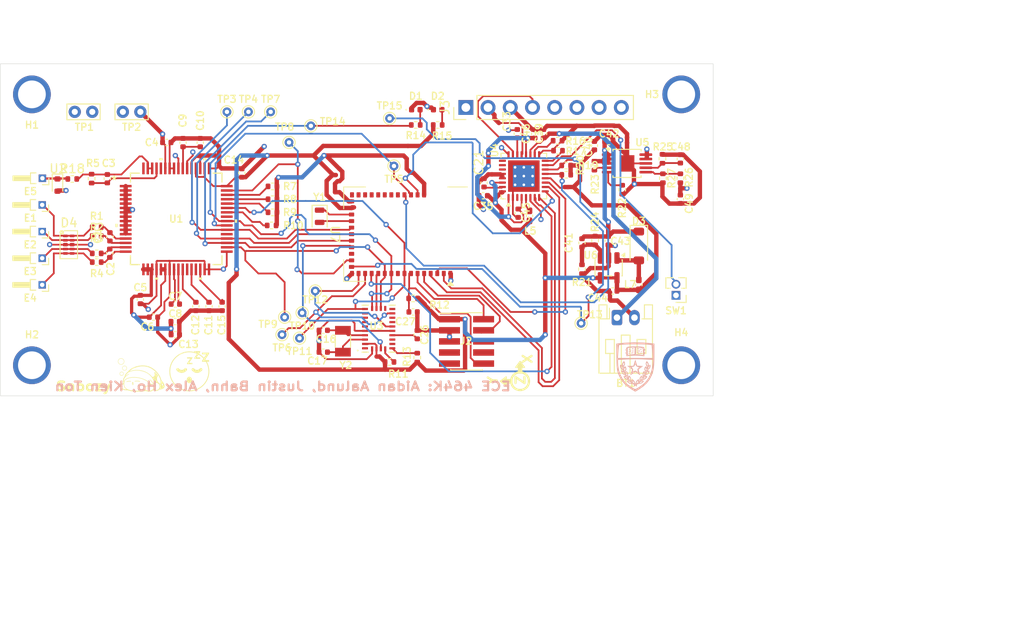
<source format=kicad_pcb>
(kicad_pcb (version 20241229) (generator "pcbnew") (generator_version "9.0")
  (layers (0 "F.Cu" signal) (4 "In1.Cu" power) (6 "In2.Cu" power) (2 "B.Cu" mixed) (13 "F.Paste" user) (15 "B.Paste" user) (5 "F.SilkS" user "F.Silkscreen") (7 "B.SilkS" user "B.Silkscreen") (1 "F.Mask" user) (3 "B.Mask" user) (25 "Edge.Cuts" user))
  (property "ADDRESS1" "")
  (property "ADDRESS2" "")
  (property "ADDRESS3" "")
  (property "ADDRESS4" "")
  (property "APPLICATION_BUILDNUMBER" "")
  (property "APPROVEDBY" "")
  (property "AUTHOR" "=Author")
  (property "CHECKEDBY" "")
  (property "CONFIGURATIONPARAMETERS" "")
  (property "CONFIGURATORNAME" "")
  (property "CURRENTDATE" "")
  (property "CURRENTTIME" "")
  (property "DOCUMENTFULLPATHANDNAME" "")
  (property "DOCUMENTNAME" "")
  (property "DOCUMENTNUMBER" "4")
  (property "DOCUMENTSIZE" "")
  (property "DRAWNBY" "RUBR")
  (property "ENGINEER" "")
  (property "IMAGEPATH" "")
  (property "ISUSERCONFIGURABLE" "")
  (property "MODIFIEDDATE" "")
  (property "ORGANIZATION" "Nordic Semiconductor")
  (property "PROJECTNAME" "=ProjectName")
  (property "SHEETTOTAL" "7")
  (property "TIME" "")
  (property "VERSIONCONTROL_PROJFOLDERREVNUMBER" "")
  (property "VERSIONCONTROL_REVNUMBER" "")
  (net 0 "")
  (net 1 "AVSS")
  (net 2 "Net-(BT1-+)")
  (net 3 "AVDD")
  (net 4 "+3V3")
  (net 5 "+5V3")
  (net 6 "+5V_USB")
  (net 8 "/XIN")
  (net 9 "/XOUT")
  (net 10 "/CAP")
  (net 11 "Net-(D1-A)")
  (net 16 "SWDIO")
  (net 18 "SWDCLK")
  (net 19 "RESET")
  (net 23 "INT_BNO085")
  (net 24 "BOOT_BNO085")
  (net 25 "PWDWN_ADS1299")
  (net 26 "RST_BNO085")
  (net 27 "START_ADS1299")
  (net 28 "RST_ADS1299")
  (net 29 "MISO")
  (net 30 "CS_BNO085")
  (net 31 "MOSI")
  (net 32 "SCL")
  (net 33 "SDA")
  (net 34 "SCK")
  (net 35 "CS_ADS1299")
  (net 36 "DRDY")
  (net 37 "GPIO1")
  (net 38 "GPIO0")
  (net 39 "Net-(U7-P1.00)")
  (net 40 "Net-(D3-A)")
  (net 41 "Net-(U4-LSOUT2{slash}VOUTLDO2)")
  (net 42 "VSYS")
  (net 44 "Net-(J3-Pin_4)")
  (net 46 "Net-(U4-SW2)")
  (net 48 "Net-(D4-D1-)")
  (net 49 "Net-(D4-D1+)")
  (net 51 "Net-(D2-A)")
  (net 52 "Net-(U7-P1.01)")
  (net 53 "Net-(U4-VSET2)")
  (net 56 "GPIO3")
  (net 57 "GPIO2")
  (net 58 "GPIO4")
  (net 64 "Net-(U1-IN2P)")
  (net 65 "Net-(U1-IN2N)")
  (net 66 "Net-(U1-IN1N)")
  (net 67 "Net-(U1-IN1P)")
  (net 68 "Net-(U1-BIASIN)")
  (net 69 "Net-(U1-BIASINV)")
  (net 70 "Net-(U1-VREFN)")
  (net 71 "Net-(U1-VREFP)")
  (net 72 "Net-(U1-VCAP3)")
  (net 73 "Net-(U1-VCAP1)")
  (net 74 "Net-(U1-VCAP4)")
  (net 75 "Net-(U1-VCAP2)")
  (net 77 "Net-(U4-VBUSOUT)")
  (net 78 "Net-(U6-FB)")
  (net 79 "Net-(U5-SET)")
  (net 80 "Net-(U1-GPIO4)")
  (net 81 "Net-(U1-GPIO3)")
  (net 82 "Net-(U1-GPIO2)")
  (net 83 "Net-(U1-GPIO1)")
  (net 84 "Net-(U3-PS1)")
  (net 85 "Net-(U3-PS0{slash}WAKE)")
  (net 86 "Net-(U4-NTC)")
  (net 87 "Net-(U5-ILIM)")
  (net 88 "Net-(U5-PG)")
  (net 89 "Net-(U5-PGFB)")
  (net 90 "Net-(U4-SHPHLD)")
  (net 102 "Net-(D4-D2+)")
  (net 103 "Net-(D4-D2-)")
  (net 104 "Net-(U2-I{slash}O)")
  (footprint "TestPoint:TestPoint_THTPad_D1.0mm_Drill0.5mm" (layer "F.Cu") (at 142 91.5)
    (property "Reference" "TP8")
    (property "Value" "TP")
  )
  (footprint "Resistor_SMD:R_0402_1005Metric" (layer "F.Cu") (at 172.71 91.3)
    (property "Reference" "R16")
    (property "Value" "10k")
  )
  (footprint "TestPoint:TestPoint_THTPad_D1.0mm_Drill0.5mm" (layer "F.Cu") (at 144.5 89.6)
    (property "Reference" "TP14")
    (property "Value" "TP")
  )
  (footprint "TestPoint:TestPoint_Bridge_Pitch2.0mm_Drill0.7mm" (layer "F.Cu") (at 123 88)
    (property "Reference" "TP2")
    (property "Value" "AVDD")
  )
  (footprint "Capacitor_SMD:C_0402_1005Metric" (layer "F.Cu") (at 128.02 91.5 180)
    (property "Reference" "C4")
    (property "Value" "1uF")
  )
  (footprint "Package_SO:MSOP-10-1EP_3x3mm_P0.5mm_EP1.68x1.88mm" (layer "F.Cu") (at 180.65 93.9)
    (property "Reference" "U5")
    (property "Value" "LT3042xMSE")
  )
  (footprint "TestPoint:TestPoint_THTPad_D1.0mm_Drill0.5mm" (layer "F.Cu") (at 141.2 113.5)
    (property "Reference" "TP6")
    (property "Value" "TP")
  )
  (footprint "Resistor_SMD:R_0402_1005Metric" (layer "F.Cu") (at 140.11 96.53)
    (property "Reference" "R7")
    (property "Value" "10K")
  )
  (footprint "Resistor_SMD:R_0402_1005Metric" (layer "F.Cu") (at 186.75 95.6 90)
    (property "Reference" "R26")
    (property "Value" "453K")
  )
  (footprint "Capacitor_SMD:C_0402_1005Metric" (layer "F.Cu") (at 129 113.5)
    (property "Reference" "C13")
    (property "Value" "1uF")
  )
  (footprint "Resistor_SMD:R_0402_1005Metric" (layer "F.Cu") (at 140.11 99.5)
    (property "Reference" "R9")
    (property "Value" "10K")
  )
  (footprint "Capacitor_SMD:C_0402_1005Metric" (layer "F.Cu") (at 145.9125 113 180)
    (property "Reference" "C16")
    (property "Value" "22pF")
  )
  (footprint "ECE445L:MountingHole_4_40" (layer "F.Cu") (at 186.85 117 -90)
    (property "Reference" "H4")
    (property "Value" "~")
  )
  (footprint "TestPoint:TestPoint_THTPad_D1.0mm_Drill0.5mm" (layer "F.Cu") (at 153.5 88.75)
    (property "Reference" "TP15")
    (property "Value" "TP")
  )
  (footprint "Resistor_SMD:R_0402_1005Metric" (layer "F.Cu") (at 140.11 98)
    (property "Reference" "R8")
    (property "Value" "10K")
  )
  (footprint "Resistor_SMD:R_0402_1005Metric" (layer "F.Cu") (at 184.75 95.6 -90)
    (property "Reference" "R27")
    (property "Value" "49.9K")
  )
  (footprint "ECE445L:MountingHole_4_40" (layer "F.Cu") (at 112.6 86)
    (property "Reference" "H1")
    (property "Value" "~")
  )
  (footprint "Resistor_SMD:R_0402_1005Metric" (layer "F.Cu") (at 172.76 92.44034 180)
    (property "Reference" "R17")
    (property "Value" "250k")
  )
  (footprint "Resistor_SMD:R_0402_1005Metric" (layer "F.Cu") (at 156.19 109.35)
    (property "Reference" "R12")
    (property "Value" "10K")
  )
  (footprint "TestPoint:TestPoint_THTPad_D1.0mm_Drill0.5mm" (layer "F.Cu") (at 137.36 88)
    (property "Reference" "TP4")
    (property "Value" "TP")
  )
  (footprint "Capacitor_SMD:C_0402_1005Metric" (layer "F.Cu") (at 186.75 98 -90)
    (property "Reference" "C49")
    (property "Value" "4.7uF")
  )
  (footprint "TestPoint:TestPoint_THTPad_D1.0mm_Drill0.5mm" (layer "F.Cu") (at 134.9 88)
    (property "Reference" "TP3")
    (property "Value" "TP")
  )
  (footprint "Capacitor_SMD:C_0402_1005Metric" (layer "F.Cu") (at 156.19 110.9)
    (property "Reference" "C27")
    (property "Value" "3.9pF")
  )
  (footprint "Capacitor_SMD:C_0402_1005Metric" (layer "F.Cu") (at 178.5 102.745 -90)
    (property "Reference" "C43")
    (property "Value" "4.7uF")
  )
  (footprint "Capacitor_SMD:C_0402_1005Metric" (layer "F.Cu") (at 129.88 91.52 90)
    (property "Reference" "C9")
    (property "Value" ".1uF")
  )
  (footprint "Capacitor_SMD:C_0402_1005Metric" (layer "F.Cu") (at 179.02 108.5 180)
    (property "Reference" "C44")
    (property "Value" "4.7uF")
  )
  (footprint "Connector_PinHeader_1.00mm:PinHeader_1x01_P1.00mm_Horizontal" (layer "F.Cu") (at 113.775 104.75 180)
    (property "Reference" "E3")
    (property "Value" "~")
  )
  (footprint "TestPoint:TestPoint_THTPad_D1.0mm_Drill0.5mm" (layer "F.Cu") (at 143.2 113.9)
    (property "Reference" "TP11")
    (property "Value" "TP")
  )
  (footprint "Capacitor_SMD:C_0402_1005Metric" (layer "F.Cu") (at 121.52 102.3 90)
    (property "Reference" "C1")
    (property "Value" "4.7nF")
  )
  (footprint "Capacitor_SMD:C_0402_1005Metric" (layer "F.Cu") (at 168.2 99.6 -90)
    (property "Reference" "C45")
    (property "Value" "10uF")
  )
  (footprint "TestPoint:TestPoint_THTPad_D1.0mm_Drill0.5mm" (layer "F.Cu") (at 154 94.2)
    (property "Reference" "TP5")
    (property "Value" "TP")
  )
  (footprint "Capacitor_SMD:C_0402_1005Metric" (layer "F.Cu") (at 128.98 112)
    (property "Reference" "C8")
    (property "Value" "0.1uF")
  )
  (footprint "Resistor_SMD:R_0402_1005Metric" (layer "F.Cu") (at 120.01 104.2 180)
    (property "Reference" "R3")
    (property "Value" "10K")
  )
  (footprint "TestPoint:TestPoint_THTPad_D1.0mm_Drill0.5mm" (layer "F.Cu") (at 143.5 111)
    (property "Reference" "TP10")
    (property "Value" "TP")
  )
  (footprint "Capacitor_SMD:C_0402_1005Metric" (layer "F.Cu") (at 132.85 110.27 -90)
    (property "Reference" "C11")
    (property "Value" "100uF")
  )
  (footprint "Resistor_SMD:R_0402_1005Metric" (layer "F.Cu") (at 120.01 101.2 180)
    (property "Reference" "R1")
    (property "Value" "10K")
  )
  (footprint "Inductor_SMD:L_0402_1005Metric_Pad0.77x0.64mm_HandSolder" (layer "F.Cu") (at 169.5 99.9 90)
    (property "Reference" "L5")
    (property "Value" "2.2uH")
  )
  (footprint "Inductor_SMD:L_0402_1005Metric_Pad0.77x0.64mm_HandSolder" (layer "F.Cu") (at 182 107.7975 90)
    (property "Reference" "L7")
    (property "Value" "6.8uH")
  )
  (footprint "Resistor_SMD:R_0402_1005Metric" (layer "F.Cu") (at 180.1 96.91 -90)
    (property "Reference" "R22")
    (property "Value" "499")
  )
  (footprint "Resistor_SMD:R_0402_1005Metric" (layer "F.Cu") (at 175.5 106.01 -90)
    (property "Reference" "R21")
    (property "Value" "200K")
  )
  (footprint "Crystal:Crystal_SMD_3215-2Pin_3.2x1.5mm" (layer "F.Cu") (at 148.1625 114.25 -90)
    (property "Reference" "Y2")
    (property "Value" "32.768kHz")
  )
  (footprint "Resistor_SMD:R_0402_1005Metric" (layer "F.Cu") (at 140.01 101)
    (property "Reference" "R10")
    (property "Value" "10K")
  )
  (footprint "Resistor_SMD:R_0402_1005Metric" (layer "F.Cu") (at 176.92 94.16 -90)
    (property "Reference" "R23")
    (property "Value" "200K")
  )
  (footprint "Capacitor_SMD:C_0402_1005Metric" (layer "F.Cu") (at 121.225 95.65 -90)
    (property "Reference" "C3")
    (property "Value" "1.5nF")
  )
  (footprint "Capacitor_SMD:C_0402_1005Metric" (layer "F.Cu") (at 145.9125 115.5 180)
    (property "Reference" "C17")
    (property "Value" "22pF")
  )
  (footprint "Resistor_SMD:R_0402_1005Metric" (layer "F.Cu") (at 156.6625 116.125 90)
    (property "Reference" "R13")
    (property "Value" "10K")
  )
  (footprint "Capacitor_SMD:C_0402_1005Metric" (layer "F.Cu") (at 134.35 110.27 90)
    (property "Reference" "C15")
    (property "Value" "1uF")
  )
  (footprint "TestPoint:TestPoint_THTPad_D1.0mm_Drill0.5mm" (layer "F.Cu") (at 141.5 111.5)
    (property "Reference" "TP9")
    (property "Value" "TP")
  )
  (footprint "Resistor_SMD:R_0402_1005Metric" (layer "F.Cu") (at 120.01 105.2 180)
    (property "Reference" "R4")
    (property "Value" "10K")
  )
  (footprint "Resistor_SMD:R_0402_1005Metric" (layer "F.Cu") (at 159 89.5 180)
    (property "Reference" "R15")
    (property "Value" "820")
  )
  (footprint "Resistor_SMD:R_0402_1005Metric" (layer "F.Cu") (at 153.49 116.625)
    (property "Reference" "R11")
    (property "Value" "10K")
  )
  (footprint "Connector_PinHeader_2.54mm:PinHeader_1x08_P2.54mm_Vertical" (layer "F.Cu") (at 162.22 87.5 90)
    (property "Reference" "J3")
    (property "Value" "USB-C Connector")
  )
  (footprint "TestPoint:TestPoint_THTPad_D1.0mm_Drill0.5mm" (layer "F.Cu") (at 175.4 112.2)
    (property "Reference" "TP13")
    (property "Value" "TP")
  )
  (footprint "Connector_PinHeader_1.00mm:PinHeader_1x01_P1.00mm_Horizontal" (layer "F.Cu") (at 113.775 98.65 180)
    (property "Reference" "E1")
    (property "Value" "~")
  )
  (footprint "LED_SMD:LED_0402_1005Metric" (layer "F.Cu") (at 159 87.75)
    (property "Reference" "D2")
    (property "Value" "LED")
  )
  (footprint "Connector_PinHeader_1.00mm:PinHeader_1x01_P1.00mm_Horizontal" (layer "F.Cu") (at 113.8 95.6 180)
    (property "Reference" "E5")
    (property "Value" "~")
  )
  (footprint "Capacitor_SMD:C_0402_1005Metric" (layer "F.Cu") (at 175.5 103 -90)
    (property "Reference" "C41")
    (property "Value" "3.3pF")
  )
  (footprint "Capacitor_SMD:C_0402_1005Metric" (layer "F.Cu") (at 131.85 91.52 90)
    (property "Reference" "C10")
    (property "Value" "1uF")
  )
  (footprint "LOGO" (layer "F.Cu") (at 130.6 117.7)
    (property "Reference" "G***" (hide yes))
    (property "Value" "LOGO" (hide yes))
  )
  (footprint "Capacitor_SMD:C_0402_1005Metric" (layer "F.Cu") (at 121.5 104.18 90)
    (property "Reference" "C2")
    (property "Value" "4.7nF")
  )
  (footprint "TestPoint:TestPoint_THTPad_D1.0mm_Drill0.5mm" (layer "F.Cu") (at 145 108.5)
    (property "Reference" "TP12")
    (property "Value" "TP")
  )
  (footprint "BNO080:IC_BNO080" (layer "F.Cu") (at 152.25 112.8125 90)
    (property "Reference" "U3")
    (property "Value" "BNO080")
  )
  (footprint "Crystal:Crystal_SMD_2012-2Pin_2.0x1.2mm" (layer "F.Cu") (at 145.5 99.95 -90)
    (property "Reference" "Y1")
    (property "Value" "32.768kHz")
  )
  (footprint "Resistor_SMD:R_0402_1005Metric" (layer "F.Cu") (at 156.49 89.5 180)
    (property "Reference" "R14")
    (property "Value" "330")
  )
  (footprint "Package_TO_SOT_SMD:SOT-23-5" (layer "F.Cu") (at 178.55 105.8625 -90)
    (property "Reference" "U6")
    (property "Value" "TPS61040DBV")
  )
  (footprint "PCM_Package_SON_AKL:USON-10_2.5x1.0mm_P0.5mm" (layer "F.Cu") (at 116.815 103.2)
    (property "Reference" "D4")
    (property "Value" "TPD4E05U06DQAR" (hide yes))
  )
  (footprint "Resistor_SMD:R_0402_1005Metric" (layer "F.Cu") (at 177 102.725 -90)
    (property "Reference" "R24")
    (property "Value" "698k")
  )
  (footprint "Connector_PinHeader_1.00mm:PinHeader_1x01_P1.00mm_Horizontal" (layer "F.Cu") (at 113.775 107.8 180)
    (property "Reference" "E4")
    (property "Value" "~")
  )
  (footprint "Diode_SMD:D_SOD-123" (layer "F.Cu") (at 182 103.35 -90)
    (property "Reference" "D3")
    (property "Value" "MBR0530")
  )
  (footprint "Capacitor_SMD:C_0402_1005Metric" (layer "F.Cu") (at 171.1 90.5 90)
    (property "Reference" "C39")
    (property "Value" "2.2uF")
  )
  (footprint "Diode_SMD:D_SOD-523" (layer "F.Cu") (at 115.525 96.38 -90)
    (property "Reference" "U2")
    (property "Value" "TPD1E05U06DYA")
  )
  (footprint "Capacitor_SMD:C_0402_1005Metric" (layer "F.Cu") (at 186.75 93.38 90)
    (property "Reference" "C48")
    (property "Value" "4.7uF")
  )
  (footprint "Resistor_SMD:R_0402_1005Metric" (layer "F.Cu") (at 117.215 95.68)
    (property "Reference" "R18")
    (property "Value" "10K")
  )
  (footprint "TestPoint:TestPoint_Bridge_Pitch2.0mm_Drill0.7mm" (layer "F.Cu") (at 117.5 88)
    (property "Reference" "TP1")
    (property "Value" "AVSS")
  )
  (footprint "Capacitor_SMD:C_0402_1005Metric" (layer "F.Cu") (at 176.92 91.87 -90)
    (property "Reference" "C40")
    (property "Value" "10uF")
  )
  (footprint "Capacitor_SMD:C_0402_1005Metric" (layer "F.Cu") (at 136.6 95 90)
    (property "Reference" "C14")
    (property "Value" "0.1uF")
  )
  (footprint "ECE445L:MountingHole_4_40" (layer "F.Cu") (at 186.85 86)
    (property "Reference" "H3")
    (property "Value" "~")
  )
  (footprint "LED_SMD:LED_0402_1005Metric" (layer "F.Cu") (at 156.5 87.75)
    (property "Reference" "D1")
    (property "Value" "LED")
  )
  (footprint "Capacitor_SMD:C_0402_1005Metric" (layer "F.Cu") (at 168.1 90.5 90)
    (property "Reference" "C33")
    (property "Value" "1uF")
  )
  (footprint "Capacitor_SMD:C_0402_1005Metric" (layer "F.Cu") (at 156.6625 113.5 90)
    (property "Reference" "C26")
    (property "Value" "0.1uF")
  )
  (footprint "Capacitor_SMD:C_0402_1005Metric" (layer "F.Cu") (at 126.5 111.5)
    (property "Reference" "C6")
    (property "Value" "1uF")
  )
  (footprint "Capacitor_SMD:C_0402_1005Metric" (layer "F.Cu") (at 129 110)
    (property "Reference" "C7")
    (property "Value" "10uF")
  )
  (footprint "PCM_nordic-lib-kicad-nrf54-modules:BL54Lxx-LGA-39_14x10mm" (layer "F.Cu") (at 155.65 102 -90)
    (property "Reference" "U7")
    (property "Value" "BL54L15-453-000xxx")
  )
  (footprint "Connector_PinHeader_1.27mm:PinHeader_1x02_P1.27mm_Vertical" (layer "F.Cu") (at 186.25 109 180)
    (property "Reference" "SW1")
    (property "Value" "SW_Toggle")
  )
  (footprint "Resistor_SMD:R_0402_1005Metric" (layer "F.Cu") (at 184.7 93.37 90)
    (property "Reference" "R25")
    (property "Value" "49.9K")
  )
  (footprint "TestPoint:TestPoint_THTPad_D1.0mm_Drill0.5mm" (layer "F.Cu") (at 139.9 88)
    (property "Reference" "TP7")
    (property "Value" "TP")
  )
  (footprint "Connector_PinHeader_1.27mm:PinHeader_2x05_P1.27mm_Vertical_SMD" (layer "F.Cu") (at 162.3 114.27)
    (property "Reference" "J2")
    (property "Value" "Conn_02x05_Odd_Even")
  )
  (footprint "Capacitor_SMD:C_0402_1005Metric" (layer "F.Cu") (at 164.2 97.6 180)
    (property "Reference" "C35")
    (property "Value" "10uF")
  )
  (footprint "ECE445L:MountingHole_4_40" (layer "F.Cu") (at 112.6 117)
    (property "Reference" "H2")
    (property "Value" "~")
  )
  (footprint "Resistor_SMD:R_0402_1005Metric" (layer "F.Cu") (at 119.425 95.64 -90)
    (property "Reference" "R5")
    (property "Value" "1M")
  )
  (footprint "Capacitor_SMD:C_0402_1005Metric" (layer "F.Cu") (at 178.57 91.4)
    (property "Reference" "C42")
    (property "Value" "4.7uF")
  )
  (footprint "Connector_JST:JST_PH_S2B-PH-K_1x02_P2.00mm_Horizontal" (layer "F.Cu") (at 179.5 111.55)
    (property "Reference" "BT1")
    (property "Value" "3.7V")
  )
  (footprint "Capacitor_SMD:C_0402_1005Metric" (layer "F.Cu") (at 170.1 90.52 90)
    (property "Reference" "C46")
    (property "Value" "10uF")
  )
  (footprint "Package_DFN_QFN:QFN-32-1EP_5x5mm_P0.5mm_EP3.6x3.6mm_ThermalVias" (layer "F.Cu") (at 168.85 95.35 90)
    (property "Reference" "U4")
    (property "Value" "nPM1300-QEXX")
  )
  (footprint "Capacitor_SMD:C_0402_1005Metric" (layer "F.Cu") (at 164.3 96.12 90)
    (property "Reference" "C21")
    (property "Value" "1uF")
  )
  (footprint "Resistor_SMD:R_0402_1005Metric" (layer "F.Cu") (at 120.01 102.2 180)
    (property "Reference" "R2")
    (property "Value" "10K")
  )
  (footprint "ADS1299:PAG64_TEX" (layer "F.Cu") (at 129.1 100.249999)
    (property "Reference" "U1")
    (property "Value" "ADS1299IPAG")
  )
  (footprint "Capacitor_SMD:C_0402_1005Metric" (layer "F.Cu") (at 131.35 110.27 -90)
    (property "Reference" "C12")
    (property "Value" "1uF")
  )
  (footprint "LOGO" (layer "F.Cu") (at 125.1 118.1)
    (property "Reference" "G***" (hide yes))
    (property "Value" "LOGO" (hide yes))
  )
  (footprint "Connector_PinHeader_1.00mm:PinHeader_1x01_P1.00mm_Horizontal" (layer "F.Cu") (at 113.775 101.7 180)
    (property "Reference" "E2")
    (property "Value" "~")
  )
  (footprint "Resistor_SMD:R_0402_1005Metric" (layer "F.Cu") (at 173.7 95.2 180)
    (property "Reference" "R20")
    (property "Value" "10k")
  )
  (footprint "Resistor_SMD:R_0402_1005Metric" (layer "F.Cu") (at 173.69 94.135 180)
    (property "Reference" "R19")
    (property "Value" "10k")
  )
  (footprint "Capacitor_SMD:C_0402_1005Metric" (layer "F.Cu") (at 125 109.48 -90)
    (property "Reference" "C5")
    (property "Value" "0.1uF")
  )
  (footprint "LOGO" (layer "B.Cu") (at 181.278333 117.370733 180)
    (property "Reference" "G***" (hide yes))
    (property "Value" "LOGO" (hide yes))
  )
  (gr_arc (start 168.423633 117.807633) (mid 169.142053 118.105213) (end 169.439633 118.823633) (stroke (width 0.254)) (layer "F.SilkS"))
  (gr_circle (center 130.6 117.7) (end 128.6 116.7) (stroke (width 0.1)) (fill no) (layer "F.SilkS"))
  (gr_arc (start 167.407633 118.823633) (mid 167.7 118.1) (end 168.423633 117.807633) (stroke (width 0.254)) (layer "F.SilkS"))
  (gr_arc (start 169.439633 118.823633) (mid 169.142053 119.542053) (end 168.423633 119.839633) (stroke (width 0.254)) (layer "F.SilkS"))
  (gr_arc (start 168.423633 119.839633) (mid 167.705213 119.542053) (end 167.407633 118.823633) (stroke (width 0.254)) (layer "F.SilkS"))
  (gr_rect (start 109 82.5) (end 190.5 120.5) (stroke (width 0.05)) (fill no) (layer "Edge.Cuts"))
  (gr_text "Y" (at 165.881633 119.339633 90) (layer "F.SilkS") (effects (font (size 1.016 1.016) (thickness 0.254)) (justify left bottom)))
  (gr_text "X" (at 169.868893 116.921052 90) (layer "F.SilkS") (effects (font (size 1.016 1.016) (thickness 0.254)) (justify left bottom)))
  (gr_text "Snoozy" (at 115.2 120 0) (layer "F.SilkS") (effects (font (size 1 1.2) (thickness 0.25) (bold yes)) (justify left bottom)))
  (gr_text "Z" (at 169.056633 119.339633 90) (layer "F.SilkS") (effects (font (size 1.016 1.016) (thickness 0.254)) (justify left bottom)))
  (gr_text "ECE 464K: Aidan Aalund, Justin Bahn, Alex Ho, Kien Ton" (at 167.5 120 0) (layer "B.SilkS") (effects (font (size 1 1.2) (thickness 0.25) (bold yes)) (justify left bottom mirror)))
  (segment (start 129.48 113.72) (end 129.48 113.5) (width 0.37) (layer "F.Cu") (net 1))
  (segment (start 150.8885 116.301) (end 146.2335 116.301) (width 0.2) (layer "F.Cu") (net 1))
  (segment (start 167.6 99.7) (end 168.06 100.16) (width 0.2) (layer "F.Cu") (net 1))
  (segment (start 128.349999 109.150001) (end 128.349999 106.028499) (width 0.2) (layer "F.Cu") (net 1))
  (segment (start 126.849999 105.113701) (end 126.909301 105.054399) (width 0.2) (layer "F.Cu") (net 1))
  (segment (start 184.74 92.9) (end 186.75 92.9) (width 0.5) (layer "F.Cu") (net 1))
  (segment (start 147.539 95.941) (end 147.26 96.22) (width 0.5) (layer "F.Cu") (net 1))
  (segment (start 172.25 92.27) (end 173.22 91.3) (width 0.2) (layer "F.Cu") (net 1))
  (segment (start 181.44 96.26) (end 180.28 97.42) (width 0.5) (layer "F.Cu") (net 1))
  (segment (start 126.909301 105.054399) (end 128.2907 105.054399) (width 0.2) (layer "F.Cu") (net 1))
  (segment (start 157.384496 86.979) (end 156.585504 86.979) (width 0.5) (layer "F.Cu") (net 1))
  (segment (start 184.72 96.13) (end 184.72 96.14) (width 0.5) (layer "F.Cu") (net 1))
  (segment (start 184.6 96.26) (end 181.5 96.26) (width 0.5) (layer "F.Cu") (net 1))
  (segment (start 136.6 94.52) (end 139.16 91.96) (width 0.5) (layer "F.Cu") (net 1))
  (segment (start 151.5 115.6895) (end 151.5 115.125) (width 0.2) (layer "F.Cu") (net 1))
  (segment (start 156.6625 113.02) (end 160.33 113.02) (width 0.5) (layer "F.Cu") (net 1))
  (segment (start 173.22 91.3) (end 173.22 91.28866) (width 0.5) (layer "F.Cu") (net 1))
  (segment (start 184.7 97.7) (end 185.5 98.5) (width 0.5) (layer "F.Cu") (net 1))
  (segment (start 160.33 113.02) (end 160.35 113) (width 0.5) (layer "F.Cu") (net 1))
  (segment (start 187.059999 92.9) (end 186.75 92.9) (width 0.5) (layer "F.Cu") (net 1))
  (segment (start 140.62 99.5) (end 140.62 96.53) (width 0.5) (layer "F.Cu") (net 1))
  (segment (start 178.5 104.675) (end 178.55 104.725) (width 0.5) (layer "F.Cu") (net 1))
  (segment (start 167.6 97.8) (end 167.6 99.7) (width 0.2) (layer "F.Cu") (net 1))
  (segment (start 125.949024 109.96) (end 125 109.96) (width 0.2) (layer "F.Cu") (net 1))
  (segment (start 127.75 110.73) (end 127.75 109.75) (width 0.2) (layer "F.Cu") (net 1))
  (segment (start 131.85 94.471499) (end 131.85 93.15) (width 0.2) (layer "F.Cu") (net 1))
  (segment (start 155.459 93.36) (end 155.459 94.528999) (width 0.5) (layer "F.Cu") (net 1))
  (segment (start 114.628442 103.187501) (end 114.640941 103.2) (width 0.2) (layer "F.Cu") (net 1))
  (segment (start 148.091 94.849604) (end 148.091 95.610396) (width 0.5) (layer "F.Cu") (net 1))
  (segment (start 160.5 106.547) (end 160.45 106.497) (width 0.5) (layer "F.Cu") (net 1))
  (segment (start 140.6 96.51) (end 140.62 96.53) (width 0.5) (layer "F.Cu") (net 1))
  (segment (start 160.35 113.75) (end 160.35 114.27) (width 0.5) (layer "F.Cu") (net 1))
  (segment (start 179.05 91.090001) (end 179.05 91.4) (width 0.5) (layer "F.Cu") (net 1))
  (segment (start 131.5671 93) (end 132 93) (width 0.2) (layer "F.Cu") (net 1))
  (segment (start 167.1 90.1) (end 168.02 90.1) (width 0.2) (layer "F.Cu") (net 1))
  (segment (start 145.4325 114.2) (end 145.4325 115.5) (width 0.5) (layer "F.Cu") (net 1))
  (segment (start 188.981 94.821001) (end 187.059999 92.9) (width 0.5) (layer "F.Cu") (net 1))
  (segment (start 129.5 112) (end 130.75 110.75) (width 0.5) (layer "F.Cu") (net 1))
  (segment (start 140.6 95.7) (end 140.6 96.51) (width 0.5) (layer "F.Cu") (net 1))
  (segment (start 182.8 93.9) (end 180.65 93.9) (width 0.2) (layer "F.Cu") (net 1))
  (segment (start 114.640941 103.2) (end 119.3 103.2) (width 0.2) (layer "F.Cu") (net 1))
  (segment (start 140.6 99.52) (end 140.62 99.5) (width 0.5) (layer "F.Cu") (net 1))
  (segment (start 148.091 95.610396) (end 147.760396 95.941) (width 0.5) (layer "F.Cu") (net 1))
  (segment (start 156.67 110.9) (end 156.67 113.0125) (width 0.5) (layer "F.Cu") (net 1))
  (segment (start 126.98 113.234736) (end 126.98 111.5) (width 0.37) (layer "F.Cu") (net 1))
  (segment (start 134 94.2) (end 134.271499 94.471499) (width 0.5) (layer "F.Cu") (net 1))
  (segment (start 147.760396 94.519) (end 148.091 94.849604) (width 0.5) (layer "F.Cu") (net 1))
  (segment (start 155.459 94.528999) (end 155.890001 94.96) (width 0.5) (layer "F.Cu") (net 1))
  (segment (start 180.65 93) (end 180.65 93.9) (width 0.5) (layer "F.Cu") (net 1))
  (segment (start 133.728501 94.471499) (end 132.85 94.471499) (width 0.2) (layer "F.Cu") (net 1))
  (segment (start 170.8 99.426331) (end 170.8 100.3) (width 0.2) (layer "F.Cu") (net 1))
  (segment (start 126.98 111.5) (end 127.75 110.73) (width 0.2) (layer "F.Cu") (net 1))
  (segment (start 175.5 106.789999) (end 177.210001 108.5) (width 0.5) (layer "F.Cu") (net 1))
  (segment (start 132 93) (end 131.662075 93) (width 0.5) (layer "F.Cu") (net 1))
  (segment (start 160.5 107.32) (end 160.5 106.547) (width 0.5) (layer "F.Cu") (net 1))
  (segment (start 181.5 96.26) (end 181.44 96.26) (width 0.5) (layer "F.Cu") (net 1))
  (segment (start 125.26 109.96) (end 125 109.96) (width 0.37) (layer "F.Cu") (net 1))
  (segment (start 188.303791 98.48) (end 188.981 97.802791) (width 0.5) (layer "F.Cu") (net 1))
  (segment (start 134.8785 103.999999) (end 134.8785 105.6215) (width 0.2) (layer "F.Cu") (net 1))
  (segment (start 132.350001 105.1137) (end 132.350001 106.028499) (width 0.2) (layer "F.Cu") (net 1))
  (segment (start 128.4 114.654736) (end 128.545264 114.654736) (width 0.37) (layer "F.Cu") (net 1))
  (segment (start 178.5 103.225) (end 178.5 104.675) (width 0.5) (layer "F.Cu") (net 1))
  (segment (start 129.46 112) (end 129.46 113.48) (width 0.5) (layer "F.Cu") (net 1))
  (segment (start 131.35 110.75) (end 134.35 110.75) (width 0.5) (layer "F.Cu") (net 1))
  (segment (start 178.575 103.3) (end 178.5 103.225) (width 0.5) (layer "F.Cu") (net 1))
  (segment (start 178.55 105.65) (end 178.55 104.725) (width 0.5) (layer "F.Cu") (net 1))
  (segment (start 164.138604 95.64) (end 163.559 96.219604) (width 0.5) (layer "F.Cu") (net 1))
  (segment (start 128.349999 94.471499) (end 128.349999 91.650001) (width 0.2) (layer "F.Cu") (net 1))
  (segment (start 164.784 95.156) (end 165.2 95.156) (width 0.5) (layer "F.Cu") (net 1))
  (segment (start 181.55 111.5) (end 181.5 111.55) (width 0.5) (layer "F.Cu") (net 1))
  (segment (start 177.671 90.639) (end 178.598999 90.639) (width 0.5) (layer "F.Cu") (net 1))
  (segment (start 164.233812 99.166188) (end 163.7 98.632376) (width 0.5) (layer "F.Cu") (net 1))
  (segment (start 134 94.2) (end 133.728501 94.471499) (width 0.2) (layer "F.Cu") (net 1))
  (segment (start 132 93) (end 134 93) (width 0.5) (layer "F.Cu") (net 1))
  (segment (start 134 92) (end 134 93) (width 0.5) (layer "F.Cu") (net 1))
  (segment (start 178.3135 105.8865) (end 178.55 105.65) (width 0.5) (layer "F.Cu") (net 1))
  (segment (start 188.981 97.802791) (end 188.981 94.821001) (width 0.5) (layer "F.Cu") (net 1))
  (segment (start 126.849999 106.028499) (end 126.849999 105.113701) (width 0.2) (layer "F.Cu") (net 1))
  (segment (start 149.1875 111.875) (end 146.5575 111.875) (width 0.2) (layer "F.Cu") (net 1))
  (segment (start 163.7 97.62) (end 163.72 97.6) (width 0.5) (layer "F.Cu") (net 1))
  (segment (start 163.559 97.439) (end 163.72 97.6) (width 0.5) (layer "F.Cu") (net 1))
  (segment (start 180.65 93.9) (end 181.44 94.69) (width 0.5) (layer "F.Cu") (net 1))
  (segment (start 163.7 98.632376) (end 163.7 97.62) (width 0.5) (layer "F.Cu") (net 1))
  (segment (start 146 93) (end 155.099 93) (width 0.5) (layer "F.Cu") (net 1))
  (segment (start 146 93) (end 146.234841 93) (width 0.5) (layer "F.Cu") (net 1))
  (segment (start 184.7 96.16) (end 184.7 97.7) (width 0.5) (layer "F.Cu") (net 1))
  (segment (start 147.26 96.22) (end 147.26 97.2) (width 0.5) (layer "F.Cu") (net 1))
  (segment (start 166.156 95.156) (end 166.4 95.4) (width 0.5) (layer "F.Cu") (net 1))
  (segment (start 170.439798 96.324) (end 170.424 96.324) (width 0.2) (layer "F.Cu") (net 1))
  (segment (start 167.6 97.8) (end 167.6 96.6) (width 0.2) (layer "F.Cu") (net 1))
  (segment (start 130.75 110.75) (end 131.35 110.75) (width 0.5) (layer "F.Cu") (net 1))
  (segment (start 178.7 108.66) (end 178.7 109.5) (width 0.5) (layer "F.Cu") (net 1))
  (segment (start 129.46 113.48) (end 129.48 113.5) (width 0.5) (layer "F.Cu") (net 1))
  (segment (start 130.849999 93.717101) (end 131.5671 93) (width 0.2) (layer "F.Cu") (net 1))
  (segment (start 166.3 92.1) (end 167.1 92.9) (width 0.2) (layer "F.Cu") (net 1))
  (segment (start 146.2335 116.301) (end 145.4325 115.5) (width 0.2) (layer "F.Cu") (net 1))
  (segment (start 158.273332 87.508332) (end 158.515 87.75) (width 0.5) (layer "F.Cu") (net 1))
  (segment (start 178.7 109.5) (end 178.8 109.6) (width 0.5) (layer "F.Cu") (net 1))
  (segment (start 140.6 100.92) (end 140.6 99.52) (width 0.5) (layer "F.Cu") (net 1))
  (segment (start 169.84 90.04) (end 170.1 90.04) (width 0.5) (layer "F.Cu") (net 1))
  (segment (start 168.02 90.1) (end 168.1 90.02) (width 0.2) (layer "F.Cu") (net 1))
  (segment (start 172.25 92.44034) (end 172.25 92.27) (width 0.2) (layer "F.Cu") (net 1))
  (segment (start 179.139947 89.569) (end 176.951109 89.569) (width 0.5) (layer "F.Cu") (net 1))
  (segment (start 170.424 96.324) (end 170.35 96.25) (width 0.2) (layer "F.Cu") (net 1))
  (segment (start 175.5 106.52) (end 175.819999 106.52) (width 0.5) (layer "F.Cu") (net 1))
  (segment (start 185.5 98.5) (end 186.420001 98.5) (width 0.5) (layer "F.Cu") (net 1))
  (segment (start 165.2 95.156) (end 166.156 95.156) (width 0.5) (layer "F.Cu") (net 1))
  (segment (start 184.75 96.11) (end 184.7 96.16) (width 0.5) (layer "F.Cu") (net 1))
  (segment (start 147.78 97.2) (end 148.83 98.25) (width 0.5) (layer "F.Cu") (net 1))
  (segment (start 128.2907 105.054399) (end 132.2907 105.054399) (width 0.2) (layer "F.Cu") (net 1))
  (segment (start 184.7 92.86) (end 184.74 92.9) (width 0.5) (layer "F.Cu") (net 1))
  (segment (start 146.5575 111.875) (end 145.4325 113) (width 0.2) (layer "F.Cu") (net 1))
  (segment (start 126.849999 106.028499) (end 126.849999 109.059025) (width 0.2) (layer "F.Cu") (net 1))
  (segment (start 176.951109 89.569) (end 176.91145 89.60866) (width 0.5) (layer "F.Cu") (net 1))
  (segment (start 176.91145 89.60866) (end 174.9 89.60866) (width 0.5) (layer "F.Cu") (net 1))
  (segment (start 160.437344 106.509656) (end 160.45 106.497) (width 0.5) (layer "F.Cu") (net 1))
  (segment (start 133.04 91.04) (end 134 92) (width 0.5) (layer "F.Cu") (net 1))
  (segment (start 180.65 90.933834) (end 180.65 90.516209) (width 0.5) (layer "F.Cu") (net 1))
  (segment (start 178.8 109.6) (end 179.55 109.6) (width 0.5) (layer "F.Cu") (net 1))
  (segment (start 182.8 93.9) (end 182.041176 93.9) (width 0.2) (layer "F.Cu") (net 1))
  (segment (start 157.777005 87.371509) (end 157.384496 86.979) (width 0.5) (layer "F.Cu") (net 1))
  (segment (start 128.349999 91.650001) (end 128.5 91.5) (width 0.2) (layer "F.Cu") (net 1))
  (segment (start 136.551499 94.471499) (end 136.6 94.52) (width 0.2) (layer "F.Cu") (net 1))
  (segment (start 127.75 109.75) (end 128.349999 109.150001) (width 0.2) (layer "F.Cu") (net 1))
  (segment (start 147.760396 95.941) (end 147.539 95.941) (width 0.5) (layer "F.Cu") (net 1))
  (segment (start 157.45 96.21) (end 157.45 97.5) (width 0.5) (layer "F.Cu") (net 1))
  (segment (start 176.92 91.39) (end 177.671 90.639) (width 0.5) (layer "F.Cu") (net 1))
  (segment (start 129.46 112) (end 129.5 112) (width 0.5) (layer "F.Cu") (net 1))
  (segment (start 155.890001 94.96) (end 156.2 94.96) (width 0.5) (layer "F.Cu") (net 1))
  (segment (start 160.35 113) (end 160.35 113.75) (width 0.5) (layer "F.Cu") (net 1))
  (segment (start 131.85 93.15) (end 132 93) (width 0.2) (layer "F.Cu") (net 1))
  (segment (start 175.819999 106.52) (end 176.453499 105.8865) (width 0.5) (layer "F.Cu") (net 1))
  (segment (start 132.350001 106.028499) (end 132.85 106.028499) (width 0.2) (layer "F.Cu") (net 1))
  (segment (start 156.585504 86.979) (end 156.015 87.549504) (width 0.5) (layer "F.Cu") (net 1))
  (segment (start 128.545264 114.654736) (end 129.48 113.72) (width 0.37) (layer "F.Cu") (net 1))
  (segment (start 153.8125 113.0625) (end 150.6875 113.0625) (width 0.2) (layer "F.Cu") (net 1))
  (segment (start 164.3 95.64) (end 164.138604 95.64) (width 0.5) (layer "F.Cu") (net 1))
  (segment (start 162.52 87.8) (end 162.22 87.5) (width 0.5) (layer "F.Cu") (net 1))
  (segment (start 128.4 114.654736) (end 126.98 113.234736) (width 0.37) (layer "F.Cu") (net 1))
  (segment (start 126.88 106.0585) (end 126.849999 106.028499) (width 0.2) (layer "F.Cu") (net 1))
  (segment (start 174.9 89.60866) (end 171.51134 89.60866) (width 0.5) (layer "F.Cu") (net 1))
  (segment (start 179.742451 89.60866) (end 179.179607 89.60866) (width 0.5) (layer "F.Cu") (net 1))
  (segment (start 157.3 97.614222) (end 157.3 97.35) (width 0.2) (layer "F.Cu") (net 1))
  (segment (start 149.5 113) (end 149.5 112.1875) (width 0.2) (layer "F.Cu") (net 1))
  (segment (start 128.2907 105.054399) (end 128.349999 105.113698) (width 0.2) (layer "F.Cu") (net 1))
  (segment (start 160.65 113) (end 160.35 113) (width 0.5) (layer "F.Cu") (net 1))
  (segment (start 178.598999 90.639) (end 179.05 91.090001) (width 0.5) (layer "F.Cu") (net 1))
  (segment (start 151.5 115.6895) (end 150.8885 116.301) (width 0.2) (layer "F.Cu") (net 1))
  (segment (start 128.349999 105.113698) (end 128.349999 106.028499) (width 0.2) (layer "F.Cu") (net 1))
  (segment (start 176.453499 105.8865) (end 178.3135 105.8865) (width 0.5) (layer "F.Cu") (net 1))
  (segment (start 180.65 91.541416) (end 180.651 91.540416) (width 0.5) (layer "F.Cu") (net 1))
  (segment (start 179.3 103.3) (end 178.575 103.3) (width 0.5) (layer "F.Cu") (net 1))
  (segment (start 149.5625 113.0625) (end 150.6875 113.0625) (width 0.2) (layer "F.Cu") (net 1))
  (segment (start 126.849999 109.059025) (end 125.949024 109.96) (width 0.2) (layer "F.Cu") (net 1))
  (segment (start 140.52 101) (end 140.6 100.92) (width 0.5) (layer "F.Cu") (net 1))
  (segment (start 140.8 95.5) (end 140.6 95.7) (width 0.5) (layer "F.Cu") (net 1))
  (segment (start 131.85 91.04) (end 133.04 91.04) (width 0.5) (layer "F.Cu") (net 1))
  (segment (start 177.210001 108.5) (end 178.54 108.5) (width 0.5) (layer "F.Cu") (net 1))
  (segment (start 125.9 110.6) (end 125.26 109.96) (width 0.37) (layer "F.Cu") (net 1))
  (segment (start 180.28 97.42) (end 180.1 97.42) (width 0.5) (layer "F.Cu") (net 1))
  (segment (start 147.26 97.2) (end 147.78 97.2) (width 0.5) (layer "F.Cu") (net 1))
  (segment (start 186.75 98.48) (end 188.303791 98.48) (width 0.5) (layer "F.Cu") (net 1))
  (segment (start 180.65 90.516209) (end 179.742451 89.60866) (width 0.5) (layer "F.Cu") (net 1))
  (segment (start 171.05966 92.44034) (end 170.6 92.9) (width 0.2) (layer "F.Cu") (net 1))
  (segment (start 179.55 109.6) (end 181.5 111.55) (width 0.5) (layer "F.Cu") (net 1))
  (segment (start 155.099 93) (end 155.459 93.36) (width 0.5) (layer "F.Cu") (net 1))
  (segment (start 149.2 106.5) (end 149.2 106.497) (width 0.5) (layer "F.Cu") (net 1))
  (segment (start 128.96 91.04) (end 128.5 91.5) (width 0.5) (layer "F.Cu") (net 1))
  (segment (start 146.234841 93) (end 147.753841 94.519) (width 0.5) (layer "F.Cu") (net 1))
  (segment (start 149.5 113) (end 149.5625 113.0625) (width 0.2) (layer "F.Cu") (net 1))
  (segment (start 156.015 87.549504) (end 156.015 87.75) (width 0.5) (layer "F.Cu") (net 1))
  (segment (start 164.3 95.64) (end 164.784 95.156) (width 0.5) (layer "F.Cu") (net 1))
  (segment (start 171.08 90.04) (end 171.1 90.02) (width 0.5) (layer "F.Cu") (net 1))
  (segment (start 156.62 113.0625) (end 156.6625 113.02) (width 0.2) (layer "F.Cu") (net 1))
  (segment (start 115.605 97) (end 115.525 97.08) (width 0.5) (layer "F.Cu") (net 1))
  (segment (start 132.2907 105.054399) (end 132.350001 105.1137) (width 0.2) (layer "F.Cu") (net 1))
  (segment (start 171.51134 89.60866) (end 171.1 90.02) (width 0.5) (layer "F.Cu") (net 1))
  (segment (start 186.420001 98.5) (end 186.440001 98.48) (width 0.5) (layer "F.Cu") (net 1))
  (segment (start 168.06 100.16) (end 168.3 100.16) (width 0.2) (layer "F.Cu") (net 1))
  (segment (start 134.271499 94.471499) (end 136.551499 94.471499) (width 0.5) (layer "F.Cu") (net 1))
  (segment (start 148.83 98.25) (end 149.15 98.25) (width 0.5) (layer "F.Cu") (net 1))
  (segment (start 181.44 94.69) (end 181.44 96.26) (width 0.5) (layer "F.Cu") (net 1))
  (segment (start 163.559 96.219604) (end 163.559 97.439) (width 0.5) (layer "F.Cu") (net 1))
  (segment (start 180.651 90.934834) (end 180.65 90.933834) (width 0.5) (layer "F.Cu") (net 1))
  (segment (start 130.849999 94.471499) (end 130.849999 93.717101) (width 0.2) (layer "F.Cu") (net 1))
  (segment (start 148.6 107.1) (end 149.2 106.5) (width 0.5) (layer "F.Cu") (net 1))
  (segment (start 175.5 106.52) (end 175.5 106.789999) (width 0.5) (layer "F.Cu") (net 1))
  (segment (start 134.471501 106.028499) (end 132.85 106.028499) (width 0.2) (layer "F.Cu") (net 1))
  (segment (start 131.85 91.04) (end 129.88 91.04) (width 0.5) (layer "F.Cu") (net 1))
  (segment (start 180.651 91.540416) (end 180.651 90.934834) (width 0.5) (layer "F.Cu") (net 1))
  (segment (start 167.3 87.5) (end 169.84 90.04) (width 0.5) (layer "F.Cu") (net 1))
  (segment (start 169.6 97.8) (end 169.6 98.226331) (width 0.2) (layer "F.Cu") (net 1))
  (segment (start 173.22 91.28866) (end 174.9 89.60866) (width 0.5) (layer "F.Cu") (net 1))
  (segment (start 134.8785 105.6215) (end 134.471501 106.028499) (width 0.2) (layer "F.Cu") (net 1))
  (segment (start 180.65 93.9) (end 180.65 91.541416) (width 0.5) (layer "F.Cu") (net 1))
  (segment (start 179.179607 89.60866) (end 179.139947 89.569) (width 0.5) (layer "F.Cu") (net 1))
  (segment (start 157.913828 87.508332) (end 158.273332 87.508332) (width 0.5) (layer "F.Cu") (net 1))
  (segment (start 147.753841 94.519) (end 147.760396 94.519) (width 0.5) (layer "F.Cu") (net 1))
  (segment (start 184.7 96.11) (end 184.72 96.13) (width 0.5) (layer "F.Cu") (net 1))
  (segment (start 178.54 108.5) (end 178.7 108.66) (width 0.5) (layer "F.Cu") (net 1))
  (segment (start 169.6 98.226331) (end 170.8 99.426331) (width 0.2) (layer "F.Cu") (net 1))
  (segment (start 129.88 91.04) (end 128.96 91.04) (width 0.5) (layer "F.Cu") (net 1))
  (segment (start 131.662075 93) (end 131.614587 93.047488) (width 0.5) (layer "F.Cu") (net 1))
  (segment (start 179.05 91.4) (end 180.65 93) (width 0.5) (layer "F.Cu") (net 1))
  (segment (start 145.4325 113) (end 145.4325 114.2) (width 0.5) (layer "F.Cu") (net 1))
  (segment (start 172.25 92.44034) (end 171.05966 92.44034) (width 0.2) (layer "F.Cu") (net 1))
  (segment (start 178.55 108.49) (end 178.54 108.5) (width 0.5) (layer "F.Cu") (net 1))
  (segment (start 184.75 96.11) (end 184.6 96.26) (width 0.5) (layer "F.Cu") (net 1))
  (segment (start 167.6 96.6) (end 168.85 95.35) (width 0.2) (layer "F.Cu") (net 1))
  (segment (start 157.777005 87.371509) (end 157.913828 87.508332) (width 0.5) (layer "F.Cu") (net 1))
  (segment (start 156.67 113.0125) (end 156.6625 113.02) (width 0.5) (layer "F.Cu") (net 1))
  (segment (start 128.349999 94.471499) (end 128.85 94.471499) (width 0.2) (layer "F.Cu") (net 1))
  (segment (start 170.1 90.04) (end 171.08 90.04) (width 0.5) (layer "F.Cu") (net 1))
  (segment (start 134 93) (end 134 94.2) (width 0.5) (layer "F.Cu") (net 1))
  (segment (start 149.5 112.1875) (end 149.1875 111.875) (width 0.2) (layer "F.Cu") (net 1))
  (segment (start 156.2 94.96) (end 157.45 96.21) (width 0.5) (layer "F.Cu") (net 1))
  (segment (start 116.5 97) (end 115.605 97) (width 0.5) (layer "F.Cu") (net 1))
  (via (at 119.3 103.2) (size 0.6) (drill 0.3) (layers "F.Cu" "B.Cu") (net 1))
  (via (at 146 93) (size 0.6) (drill 0.3) (layers "F.Cu" "B.Cu") (net 1))
  (via (at 128.4 114.654736) (size 0.6) (drill 0.3) (layers "F.Cu" "B.Cu") (net 1))
  (via (at 157.777005 87.371509) (size 0.6) (drill 0.3) (layers "F.Cu" "B.Cu") (net 1))
  (via (at 179.3 103.3) (size 0.6) (drill 0.3) (layers "F.Cu" "B.Cu") (net 1))
  (via (at 166.3 92.1) (size 0.6) (drill 0.3) (layers "F.Cu" "B.Cu") (net 1))
  (via (at 114.628442 103.187501) (size 0.6) (drill 0.3) (layers "F.Cu" "B.Cu") (net 1))
  (via (at 148.6 107.1) (size 0.6) (drill 0.3) (layers "F.Cu" "B.Cu") (net 1))
  (via (at 160.35 113.75) (size 0.6) (drill 0.3) (layers "F.Cu" "B.Cu") (net 1))
  (via (at 134.5 106) (size 0.6) (drill 0.3) (layers "F.Cu" "B.Cu") (net 1))
  (via (at 125.9 110.6) (size 0.6) (drill 0.3) (layers "F.Cu" "B.Cu") (net 1))
  (via (at 167.1 90.1) (size 0.6) (drill 0.3) (layers "F.Cu" "B.Cu") (net 1))
  (via (at 160.5 107.32) (size 0.6) (drill 0.3) (layers "F.Cu" "B.Cu") (net 1))
  (via (at 145.4325 114.2) (size 0.6) (drill 0.3) (layers "F.Cu" "B.Cu") (net 1))
  (via (at 164.233812 99.166188) (size 0.6) (drill 0.3) (layers "F.Cu" "B.Cu") (net 1))
  (via (at 116.5 97) (size 0.6) (drill 0.3) (layers "F.Cu" "B.Cu") (net 1))
  (via (at 170.810122 100.310122) (size 0.6) (drill 0.3) (layers "F.Cu" "B.Cu") (net 1))
  (via (at 181.5 96.26) (size 0.6) (drill 0.3) (layers "F.Cu" "B.Cu") (net 1))
  (via (at 139.16 91.96) (size 0.6) (drill 0.3) (layers "F.Cu" "B.Cu") (net 1))
  (via (at 140.8 95.5) (size 0.6) (drill 0.3) (layers "F.Cu" "B.Cu") (net 1))
  (segment (start 168.85 95.35) (end 167.85 95.35) (width 0.2) (layer "B.Cu") (net 1))
  (segment (start 143.5 95.5) (end 140.8 95.5) (width 0.5) (layer "B.Cu") (net 1))
  (segment (start 167.85 94.35) (end 168.85 95.35) (width 0.2) (layer "B.Cu") (net 1))
  (segment (start 146 93) (end 143.5 95.5) (width 0.5) (layer "B.Cu") (net 1))
  (segment (start 168.85 95.35) (end 167.85 96.35) (width 0.2) (layer "B.Cu") (net 1))
  (segment (start 172.9 90.5) (end 171.741396 90.5) (width 0.5) (layer "F.Cu") (net 2))
  (segment (start 170.739 91.561) (end 170.400184 91.561) (width 0.2) (layer "F.Cu") (net 2))
  (segment (start 171.1 91.2) (end 170.739 91.561) (width 0.2) (layer "F.Cu") (net 2))
  (segment (start 171.261396 90.98) (end 171.1 90.98) (width 0.5) (layer "F.Cu") (net 2))
  (segment (start 170.400184 91.561) (end 169.6 92.361184) (width 0.2) (layer "F.Cu") (net 2))
  (segment (start 171.1 90.98) (end 171.1 91.2) (width 0.2) (layer "F.Cu") (net 2))
  (segment (start 171.741396 90.5) (end 171.261396 90.98) (width 0.5) (layer "F.Cu") (net 2))
  (segment (start 169.6 92.361184) (end 169.6 92.9) (width 0.2) (layer "F.Cu") (net 2))
  (via (at 172.9 90.5) (size 0.6) (drill 0.3) (layers "F.Cu" "B.Cu") (net 2))
  (segment (start 179.1 92.1) (end 179.1 99.9) (width 0.5) (layer "B.Cu") (net 2))
  (segment (start 172.9 90.5) (end 177.5 90.5) (width 0.5) (layer "B.Cu") (net 2))
  (segment (start 184 107.05) (end 179.5 111.55) (width 0.5) (layer "B.Cu") (net 2))
  (segment (start 177.5 90.5) (end 179.1 92.1) (width 0.5) (layer "B.Cu") (net 2))
  (segment (start 184 104.8) (end 184 107.05) (width 0.5) (layer "B.Cu") (net 2))
  (segment (start 179.1 99.9) (end 184 104.8) (width 0.5) (layer "B.Cu") (net 2))
  (segment (start 123.3215 99.2) (end 123.3215 101.9093) (width 0.5) (layer "F.Cu") (net 3))
  (segment (start 126.25 109) (end 126.25 106.128499) (width 0.37) (layer "F.Cu") (net 3))
  (segment (start 124.5 111.5) (end 126.02 111.5) (width 0.37) (layer "F.Cu") (net 3))
  (segment (start 123.3215 96.499999) (end 123.3215 99.2) (width 0.5) (layer "F.Cu") (net 3))
  (segment (start 127.54 90.54) (end 127.5 90.5) (width 0.2) (layer "F.Cu") (net 3))
  (segment (start 127.85 106.028499) (end 127.85 107.35) (width 0.2) (layer "F.Cu") (net 3))
  (segment (start 126.514 111.006) (end 126.02 111.5) (width 0.2) (layer "F.Cu") (net 3))
  (segment (start 124.1 99.2) (end 123.3215 99.2) (width 0.5) (layer "F.Cu") (net 3))
  (segment (start 127.369 107.831) (end 127.369 110.151) (width 0.2) (layer "F.Cu") (net 3))
  (segment (start 129.35 93.35) (end 129 93) (width 0.2) (layer "F.Cu") (net 3))
  (segment (start 126.786976 110.724001) (end 126.514 110.996977) (width 0.2) (layer "F.Cu") (net 3))
  (segment (start 130.35 93.65) (end 130.35 94.471499) (width 0.2) (layer "F.Cu") (net 3))
  (segment (start 127.369 110.151) (end 126.795999 110.724001) (width 0.2) (layer "F.Cu") (net 3))
  (segment (start 127.54 90.54) (end 127.54 91.5) (width 0.5) (layer "F.Cu") (net 3))
  (segment (start 124 111) (end 124.25 111.25) (width 0.37) (layer "F.Cu") (net 3))
  (segment (start 127.85 107.35) (end 127.369 107.831) (width 0.2) (layer "F.Cu") (net 3))
  (segment (start 123.3215 96.499999) (end 123.3215 96.5) (width 0.2) (layer "F.Cu") (net 3))
  (segment (start 123.3215 99.9785) (end 123.3215 101.499999) (width 0.2) (layer "F.Cu") (net 3))
  (segment (start 124.3 109.1) (end 124 109.4) (width 0.37) (layer "F.Cu") (net 3))
  (segment (start 124.25 111.25) (end 124.5 111.5) (width 0.37) (layer "F.Cu") (net 3))
  (segment (start 125 109) (end 124.9 109.1) (width 0.37) (layer "F.Cu") (net 3))
  (segment (start 186.75 96.75) (end 186.75 97.52) (width 0.5) (layer "F.Cu") (net 3))
  (segment (start 126.25 106.128499) (end 126.344299 106.0342) (width 0.37) (layer "F.Cu") (net 3))
  (segment (start 182.901 93.299) (end 182.92 93.299) (width 0.5) (layer "F.Cu") (net 3))
  (segment (start 125.35 106.028499) (end 125.330137 106.028499) (width 0.5) (layer "F.Cu") (net 3))
  (segment (start 126.514 110.996977) (end 126.514 111.006) (width 0.2) (layer "F.Cu") (net 3))
  (segment (start 125.35 106.028499) (end 126.259299 106.028499) (width 0.5) (layer "F.Cu") (net 3))
  (segment (start 128.5 113.48) (end 128.52 113.5) (width 0.5) (layer "F.Cu") (net 3))
  (segment (start 187.5 96.75) (end 186.75 96.75) (width 0.5) (layer "F.Cu") (net 3))
  (segment (start 127.54 90.54) (end 125 88) (width 0.5) (layer "F.Cu") (net 3))
  (segment (start 124.9 109.1) (end 124.3 109.1) (width 0.37) (layer "F.Cu") (net 3))
  (segment (start 128.5 112) (end 128.5 112.8) (width 0.5) (layer "F.Cu") (net 3))
  (segment (start 127.440699 106.028499) (end 127.759299 106.028499) (width 0.5) (layer "F.Cu") (net 3))
  (segment (start 127.85 91.81) (end 127.54 91.5) (width 0.2) (layer "F.Cu") (net 3))
  (segment (start 186.75 97.52) (end 186.75 96.11) (width 0.5) (layer "F.Cu") (net 3))
  (segment (start 126.344299 106.0342) (end 126.344299 106.028499) (width 0.37) (layer "F.Cu") (net 3))
  (segment (start 131 93) (end 130.35 93.65) (width 0.2) (layer "F.Cu") (net 3))
  (segment (start 128.5 112.8) (end 128.5 113.48) (width 0.5) (layer "F.Cu") (net 3))
  (segment (start 182.92 93.28) (end 182.901 93.299) (width 0.5) (layer "F.Cu") (net 3))
  (segment (start 125 109) (end 126.25 109) (width 0.37) (layer "F.Cu") (net 3))
  (segment (start 127.85 94.471499) (end 127.85 91.81) (width 0.2) (layer "F.Cu") (net 3))
  (segment (start 126.795999 110.724001) (end 126.786976 110.724001) (width 0.2) (layer "F.Cu") (net 3))
  (segment (start 182.92 92.26853) (end 182.92 93.28) (width 0.5) (layer "F.Cu") (net 3))
  (segment (start 127.91 94.411499) (end 127.85 94.471499) (width 0.2) (layer "F.Cu") (net 3))
  (segment (start 129.35 94.471499) (end 129.35 93.35) (width 0.2) (layer "F.Cu") (net 3))
  (segment (start 124 109.4) (end 124 111) (width 0.37) (layer "F.Cu") (net 3))
  (segment (start 131 92.6) (end 131 93) (width 0.2) (layer "F.Cu") (net 3))
  (via (at 124.1 99.2) (size 0.6) (drill 0.3) (layers "F.Cu" "B.Cu") (net 3))
  (via (at 124.25 111.25) (size 0.6) (drill 0.3) (layers "F.Cu" "B.Cu") (net 3))
  (via (at 182.92 92.26853) (size 0.6) (drill 0.3) (layers "F.Cu" "B.Cu") (net 3))
  (via (at 127.54 90.54) (size 0.6) (drill 0.3) (layers "F.Cu" "B.Cu") (net 3))
  (via (at 128.5 112.8) (size 0.6) (drill 0.3) (layers "F.Cu" "B.Cu") (net 3))
  (via (at 187.5 96.75) (size 0.6) (drill 0.3) (layers "F.Cu" "B.Cu") (net 3))
  (via (at 131 92.6) (size 0.6) (drill 0.3) (layers "F.Cu" "B.Cu") (net 3))
  (via (at 129 93) (size 0.6) (drill 0.3) (layers "F.Cu" "B.Cu") (net 3))
  (segment (start 125.8 112.8) (end 128.5 112.8) (width 0.5) (layer "B.Cu") (net 3))
  (segment (start 127.58 90.5) (end 127.54 90.54) (width 0.2) (layer "B.Cu") (net 3))
  (segment (start 124.25 111.25) (end 125.8 112.8) (width 0.5) (layer "B.Cu") (net 3))
  (segment (start 131.4093 95.445599) (end 131.350001 95.3863) (width 0.2) (layer "F.Cu") (net 4))
  (segment (start 149.219 98.931) (end 149.15 99) (width 0.5) (layer "F.Cu") (net 4))
  (segment (start 137.02 95.48) (end 139.5 93) (width 0.5) (layer "F.Cu") (net 4))
  (segment (start 156.6525 116.625) (end 156.6625 116.635) (width 0.5) (layer "F.Cu") (net 4))
  (segment (start 132.350001 95.386298) (end 132.2907 95.445599) (width 0.2) (layer "F.Cu") (net 4))
  (segment (start 139.5 93) (end 144.810001 93) (width 0.5) (layer "F.Cu") (net 4))
  (segment (start 136.6 95.48) (end 135.898499 95.48) (width 0.2) (layer "F.Cu") (net 4))
  (segment (start 167.4 101.5) (end 166.4 100.5) (width 0.5) (layer "F.Cu") (net 4))
  (segment (start 136 106.670001) (end 136 106) (width 0.5) (layer "F.Cu") (net 4))
  (segment (start 165.6 98.4) (end 164.82 97.62) (width 0.5) (layer "F.Cu") (net 4))
  (segment (start 156.6625 116.635) (end 157.6385 117.611) (width 0.5) (layer "F.Cu") (net 4))
  (segment (start 177.6 107) (end 179.5 107) (width 0.37) (layer "F.Cu") (net 4))
  (segment (start 169.5 100.4725) (end 169.5 100.6) (width 0.5) (layer "F.Cu") (net 4))
  (segment (start 157.508636 110.01724) (end 157.508636 110.1) (width 0.5) (layer "F.Cu") (net 4))
  (segment (start 174.535 96.6) (end 175.27 95.865) (width 0.5) (layer "F.Cu") (net 4))
  (segment (start 166.4 100.5) (end 166.6 100.7) (width 0.2) (layer "F.Cu") (net 4))
  (segment (start 158.49 90.51) (end 158.49 89.5) (width 0.5) (layer "F.Cu") (net 4))
  (segment (start 156.7 109.35) (end 156.841396 109.35) (width 0.5) (layer "F.Cu") (net 4))
  (segment (start 146.3 97.5) (end 146.3 95.9) (width 0.5) (layer "F.Cu") (net 4))
  (segment (start 166.288 97.212) (end 166.4 97.212) (width 0.5) (layer "F.Cu") (net 4))
  (segment (start 166.1 97.1) (end 166.4 97.1) (width 0.2) (layer "F.Cu") (net 4))
  (segment (start 176.75 107) (end 177.6 107) (width 0.5) (layer "F.Cu") (net 4))
  (segment (start 149.431 98.931) (end 149.219 98.931) (width 0.5) (layer "F.Cu") (net 4))
  (segment (start 171.9 95.6) (end 171.3 95.6) (width 0.2) (layer "F.Cu") (net 4))
  (segment (start 166.3 99.2) (end 166.3 100.4) (width 0.5) (layer "F.Cu") (net 4))
  (segment (start 184 102) (end 184 106.447734) (width 0.5) (layer "F.Cu") (net 4))
  (segment (start 146.97 95.23) (end 147.35 95.23) (width 0.5) (layer "F.Cu") (net 4))
  (segment (start 138.611 117.5) (end 135.111 114) (width 0.5) (layer "F.Cu") (net 4))
  (segment (start 173.89 96.6) (end 174.535 96.6) (width 0.5) (layer "F.Cu") (net 4))
  (segment (start 152.98 117.5) (end 138.611 117.5) (width 0.5) (layer "F.Cu") (net 4))
  (segment (start 174.535 96.6) (end 176.635 98.7) (width 0.5) (layer "F.Cu") (net 4))
  (segment (start 145.910001 91.9) (end 144.810001 93) (width 0.5) (layer "F.Cu") (net 4))
  (segment (start 152 115.996319) (end 152.009714 116.006033) (width 0.2) (layer "F.Cu") (net 4))
  (segment (start 132.2907 95.445599) (end 131.4093 95.445599) (width 0.2) (layer "F.Cu") (net 4))
  (segment (start 147.8 99) (end 146.3 97.5) (width 0.5) (layer "F.Cu") (net 4))
  (segment (start 157.508636 110.1) (end 159.138636 111.73) (width 0.5) (layer "F.Cu") (net 4))
  (segment (start 149.15 99) (end 147.8 99) (width 0.5) (layer "F.Cu") (net 4))
  (segment (start 161.981 117.611) (end 162.13 117.462) (width 0.5) (layer "F.Cu") (net 4))
  (segment (start 165.6 98.5) (end 166.3 99.2) (width 0.5) (layer "F.Cu") (net 4))
  (segment (start 184 106.447734) (end 182.077734 108.37) (width 0.5) (layer "F.Cu") (net 4))
  (segment (start 176.635 98.7) (end 180.7 98.7) (width 0.5) (layer "F.Cu") (net 4))
  (segment (start 168.6 101.5) (end 167.4 101.5) (width 0.5) (layer "F.Cu") (net 4))
  (segment (start 159.138636 111.73) (end 160.35 111.73) (width 0.5) (layer "F.Cu") (net 4))
  (segment (start 165.2 96.1) (end 166.4 96.1) (width 0.2) (layer "F.Cu") (net 4))
  (segment (start 165.6 98.4) (end 165.6 98.5) (width 0.5) (layer "F.Cu") (net 4))
  (segment (start 179.63 108.37) (end 179.5 108.5) (width 0.5) (layer "F.Cu") (net 4))
  (segment (start 131.350001 95.3863) (end 131.350001 94.471499) (width 0.2) (layer "F.Cu") (net 4))
  (segment (start 182.077734 108.37) (end 182 108.37) (width 0.5) (layer "F.Cu") (net 4))
  (segment (start 133.3451 96.499999) (end 134.8785 96.499999) (width 0.2) (layer "F.Cu") (net 4))
  (segment (start 169.5 100.6) (end 168.6 101.5) (width 0.5) (layer "F.Cu") (net 4))
  (segment (start 173.885 96.605) (end 173.89 96.6) (width 0.5) (layer "F.Cu") (net 4))
  (segment (start 155.6 91.9) (end 145.910001 91.9) (width 0.5) (layer "F.Cu") (net 4))
  (segment (start 151.126 114.5365) (end 151.1 114.5625) (width 0.2) (layer "F.Cu") (net 4))
  (segment (start 156.6625 116.635) (end 155.7975 117.5) (width 0.5) (layer "F.Cu") (net 4))
  (segment (start 173.505 96.605) (end 173.41 96.7) (width 0.2) (layer "F.Cu") (net 4))
  (segment (start 155.6 91.9) (end 157.1 91.9) (width 0.5) (layer "F.Cu") (net 4))
  (segment (start 182 108.37) (end 179.63 108.37) (width 0.5) (layer "F.Cu") (net 4))
  (segment (start 152.361033 116.006033) (end 152.98 116.625) (width 0.5) (layer "F.Cu") (net 4))
  (segment (start 166.3 100.4) (end 166.6 100.7) (width 0.5) (layer "F.Cu") (net 4))
  (segment (start 132.2907 95.445599) (end 133.3451 96.499999) (width 0.2) (layer "F.Cu") (net 4))
  (segment (start 152.98 116.625) (end 152.98 117.5) (width 0.5) (layer "F.Cu") (net 4))
  (segment (start 158.49 89.5) (end 158.56966 89.5) (width 0.2) (layer "F.Cu") (net 4))
  (segment (start 135.111 107.559001) (end 136 106.670001) (width 0.5) (layer "F.Cu") (net 4))
  (segment (start 175.27 94.135) (end 174.2 94.135) (width 0.5) (layer "F.Cu") (net 4))
  (segment (start 174.2 94.135) (end 174.2 95.09) (width 0.5) (layer "F.Cu") (net 4))
  (segment (start 157.1 91.9) (end 158.49 90.51) (width 0.5) (layer "F.Cu") (net 4))
  (segment (start 179.5 107) (end 179.5 108.5) (width 0.5) (layer "F.Cu") (net 4))
  (segment (start 171.3 104.2) (end 171.3 107) (width 0.5) (layer "F.Cu") (net 4))
  (segment (start 171.3 107) (end 171.3 113.5) (width 0.5) (layer "F.Cu") (net 4))
  (segment (start 151.1 114.5625) (end 150.6875 114.5625) (width 0.2) (layer "F.Cu") (net 4))
  (segment (start 135.898499 95.48) (end 134.8785 96.499999) (width 0.2) (layer "F.Cu") (net 4))
  (segment (start 151.8125 114.5365) (end 152 114.724) (width 0.2) (layer "F.Cu") (net 4))
  (segment (start 162.13 117.462) (end 162.13 111.73) (width 0.5) (layer "F.Cu") (net 4))
  (segment (start 160.35 111.73) (end 162.13 111.73) (width 0.5) (layer "F.Cu") (net 4))
  (segment (start 152.009714 116.006033) (end 152.361033 116.006033) (width 0.5) (layer "F.Cu") (net 4))
  (segment (start 168.6 101.5) (end 171.3 104.2) (width 0.5) (layer "F.Cu") (net 4))
  (segment (start 175.27 94) (end 176.92 92.35) (width 0.5) (layer "F.Cu") (net 4))
  (segment (start 165.6 97.9) (end 166.288 97.212) (width 0.5) (layer "F.Cu") (net 4))
  (segment (start 173.505 96.605) (end 173.885 96.605) (width 0.5) (layer "F.Cu") (net 4))
  (segment (start 174.2 95.09) (end 174.21 95.1) (width 0.5) (layer "F.Cu") (net 4))
  (segment (start 175.27 95.865) (end 175.27 94.135) (width 0.5) (layer "F.Cu") (net 4))
  (segment (start 173.41 96.7) (end 173 96.7) (width 0.2) (layer "F.Cu") (net 4))
  (segment (start 155.7975 117.5) (end 152.98 117.5) (width 0.5) (layer "F.Cu") (net 4))
  (segment (start 132.350001 94.471499) (end 132.350001 95.386298) (width 0.2) (layer "F.Cu") (net 4))
  (segment (start 152 114.724) (end 152 115.125) (width 0.2) (layer "F.Cu") (net 4))
  (segment (start 151.8125 114.5365) (end 151.126 114.5365) (width 0.2) (layer "F.Cu") (net 4))
  (segment (start 173 96.7) (end 171.9 95.6) (width 0.2) (layer "F.Cu") (net 4))
  (segment (start 152 115.125) (end 152 115.996319) (width 0.2) (layer "F.Cu") (net 4))
  (segment (start 135.111 114) (end 135.111 107.559001) (width 0.5) (layer "F.Cu") (net 4))
  (segment (start 165.6 98.4) (end 165.6 97.9) (width 0.5) (layer "F.Cu") (net 4))
  (segment (start 156.841396 109.35) (end 157.508636 110.01724) (width 0.5) (layer "F.Cu") (net 4))
  (segment (start 136.6 95.48) (end 137.02 95.48) (width 0.5) (layer "F.Cu") (net 4))
  (segment (start 146.3 95.9) (end 146.97 95.23) (width 0.5) (layer "F.Cu") (net 4))
  (segment (start 147.35 95.23) (end 147.040001 95.23) (width 0.5) (layer "F.Cu") (net 4))
  (segment (start 180.7 98.7) (end 184 102) (width 0.5) (layer "F.Cu") (net 4))
  (segment (start 147.040001 95.23) (end 144.810001 93) (width 0.5) (layer "F.Cu") (net 4))
  (segment (start 164.82 97.62) (end 164.7 97.62) (width 0.5) (layer "F.Cu") (net 4))
  (segment (start 157.6385 117.611) (end 161.981 117.611) (width 0.5) (layer "F.Cu") (net 4))
  (segment (start 164.7 97.62) (end 164.68 97.6) (width 0.5) (layer "F.Cu") (net 4))
  (via (at 139.5 93) (size 0.6) (drill 0.3) (layers "F.Cu" "B.Cu") (net 4))
  (via (at 136 106) (size 0.6) (drill 0.3) (layers "F.Cu" "B.Cu") (net 4))
  (via (at 176.75 107) (size 0.6) (drill 0.3) (layers "F.Cu" "B.Cu") (net 4))
  (via (at 165.2 96.1) (size 0.6) (drill 0.3) (layers "F.Cu" "B.Cu") (net 4))
  (via (at 171.3 113.5) (size 0.6) (drill 0.3) (layers "F.Cu" "B.Cu") (net 4))
  (via (at 165.6 98.4) (size 0.6) (drill 0.3) (layers "F.Cu" "B.Cu") (net 4))
  (via (at 171.3 107) (size 0.6) (drill 0.3) (layers "F.Cu" "B.Cu") (net 4))
  (via (at 162.13 111.73) (size 0.6) (drill 0.3) (layers "F.Cu" "B.Cu") (net 4))
  (segment (start 136.5 93) (end 139.5 93) (width 0.5) (layer "B.Cu") (net 4))
  (segment (start 162.13 113.23) (end 162.13 111.73) (width 0.5) (layer "B.Cu") (net 4))
  (segment (start 165.6 96.5) (end 165.2 96.1) (width 0.5) (layer "B.Cu") (net 4))
  (segment (start 136 106) (end 136 93.5) (width 0.5) (layer "B.Cu") (net 4))
  (segment (start 165.6 98.4) (end 165.6 96.5) (width 0.5) (layer "B.Cu") (net 4))
  (segment (start 163 114.1) (end 162.13 113.23) (width 0.5) (layer "B.Cu") (net 4))
  (segment (start 171.3 107) (end 176.75 107) (width 0.5) (layer "B.Cu") (net 4))
  (segment (start 171.3 113.5) (end 170.7 114.1) (width 0.5) (layer "B.Cu") (net 4))
  (segment (start 136 93.5) (end 136.5 93) (width 0.5) (layer "B.Cu") (net 4))
  (segment (start 170.7 114.1) (end 163 114.1) (width 0.5) (layer "B.Cu") (net 4))
  (segment (start 178.5 92.9) (end 178.5 93.6) (width 0.5) (layer "F.Cu") (net 5))
  (segment (start 178.5 102.265) (end 175.755 102.265) (width 0.5) (layer "F.Cu") (net 5))
  (segment (start 179.065 101.7) (end 182 101.7) (width 0.5) (layer "F.Cu") (net 5))
  (segment (start 178.09 91.4) (end 178.09 92.41) (width 0.5) (layer "F.Cu") (net 5))
  (segment (start 178.45 93.65) (end 176.92 93.65) (width 0.5) (layer "F.Cu") (net 5))
  (segment (start 175.755 102.265) (end 175.5 102.52) (width 0.5) (layer "F.Cu") (net 5))
  (segment (start 177.17 93.9) (end 176.92 93.65) (width 0.2) (layer "F.Cu") (net 5))
  (segment (start 178.515 100.6) (end 178.515 102.25) (width 0.5) (layer "F.Cu") (net 5))
  (segment (start 178.515 100.6) (end 178.5 100.615) (width 0.5) (layer "F.Cu") (net 5))
  (segment (start 178.09 92.41) (end 178.09 92.49) (width 0.5) (layer "F.Cu") (net 5))
  (segment (start 178.515 102.25) (end 178.5 102.265) (width 0.5) (layer "F.Cu") (net 5))
  (segment (start 178.5 102.265) (end 179.065 101.7) (width 0.5) (layer "F.Cu") (net 5))
  (segment (start 178.5 93.6) (end 178.45 93.65) (width 0.5) (layer "F.Cu") (net 5))
  (segment (start 178.09 92.49) (end 178.5 92.9) (width 0.5) (layer "F.Cu") (net 5))
  (segment (start 178.5 100.615) (end 178.5 102.265) (width 0.5) (layer "F.Cu") (net 5))
  (segment (start 178.5 93.6) (end 178.5 93.819) (width 0.5) (layer "F.Cu") (net 5))
  (via (at 178.515 100.6) (size 0.6) (drill 0.3) (layers "F.Cu" "B.Cu") (net 5))
  (via (at 178.09 92.41) (size 0.6) (drill 0.3) (layers "F.Cu" "B.Cu") (net 5))
  (segment (start 178.515 100.6) (end 178.1 100.185) (width 0.5) (layer "B.Cu") (net 5))
  (segment (start 178.1 100.185) (end 178.1 92.42) (width 0.5) (layer "B.Cu") (net 5))
  (segment (start 178.1 92.42) (end 178.09 92.41) (width 0.5) (layer "B.Cu") (net 5))
  (segment (start 165.49 88.769232) (end 165.49 88.35) (width 0.5) (layer "F.Cu") (net 6))
  (segment (start 166 89.279232) (end 165.49 88.769232) (width 0.5) (layer "F.Cu") (net 6))
  (segment (start 168.691 92.809) (end 168.691 89.701736) (width 0.2) (layer "F.Cu") (net 6))
  (segment (start 168.268496 89.279232) (end 166 89.279232) (width 0.2) (layer "F.Cu") (net 6))
  (segment (start 168.6 92.9) (end 168.691 92.809) (width 0.2) (layer "F.Cu") (net 6))
  (segment (start 168.691 89.701736) (end 168.268496 89.279232) (width 0.2) (layer "F.Cu") (net 6))
  (segment (start 165.49 88.35) (end 164.89 87.75) (width 0.5) (layer "F.Cu") (net 6))
  (segment (start 148.9375 114.0625) (end 148.1625 114.8375) (width 0.2) (layer "F.Cu") (net 8))
  (segment (start 146.3925 115.5) (end 147.7875 115.5) (width 0.2) (layer "F.Cu") (net 8))
  (segment (start 150.6875 114.0625) (end 148.9375 114.0625) (width 0.2) (layer "F.Cu") (net 8))
  (segment (start 147.7875 115.5) (end 148.1625 115.125) (width 0.2) (layer "F.Cu") (net 8))
  (segment (start 148.1625 114.8375) (end 148.1625 115.5) (width 0.2) (layer "F.Cu") (net 8))
  (segment (start 148.1625 115.5) (end 148.33125 115.5) (width 0.2) (layer "F.Cu") (net 8))
  (segment (start 146.3925 113) (end 148.1625 113) (width 0.2) (layer "F.Cu") (net 9))
  (segment (start 148.1625 113) (end 148.725 113.5625) (width 0.2) (layer "F.Cu") (net 9))
  (segment (start 148.725 113.5625) (end 150.6875 113.5625) (width 0.2) (layer "F.Cu") (net 9))
  (segment (start 156.245 113.5625) (end 156.6625 113.98) (width 0.2) (layer "F.Cu") (net 10))
  (segment (start 153.8125 113.5625) (end 156.245 113.5625) (width 0.2) (layer "F.Cu") (net 10))
  (segment (start 157 87.765) (end 156.985 87.75) (width 0.2) (layer "F.Cu") (net 11))
  (segment (start 157 89.5) (end 157 87.765) (width 0.2) (layer "F.Cu") (net 11))
  (segment (start 156.7 106.497) (end 156.7 107.519) (width 0.2) (layer "F.Cu") (net 16))
  (segment (start 158.593 109.412) (end 163.512 109.412) (width 0.2) (layer "F.Cu") (net 16))
  (segment (start 164.25 110.15) (end 164.25 111.73) (width 0.2) (layer "F.Cu") (net 16))
  (segment (start 163.5471 111.73) (end 164.25 111.73) (width 0.2) (layer "F.Cu") (net 16))
  (segment (start 163.512 109.412) (end 164.25 110.15) (width 0.2) (layer "F.Cu") (net 16))
  (segment (start 163.73 111.73) (end 164.25 111.73) (width 0.2) (layer "F.Cu") (net 16))
  (segment (start 156.7 107.519) (end 158.593 109.412) (width 0.2) (layer "F.Cu") (net 16))
  (segment (start 163.42 113) (end 164.25 113) (width 0.2) (layer "F.Cu") (net 18))
  (segment (start 166.1 111.4) (end 163.731 109.031) (width 0.2) (layer "F.Cu") (net 18))
  (segment (start 159.031 109.031) (end 158.229997 108.229997) (width 0.2) (layer "F.Cu") (net 18))
  (segment (start 158.229997 108.229997) (end 158.208338 108.229997) (width 0.2) (layer "F.Cu") (net 18))
  (segment (start 163.731 109.031) (end 159.031 109.031) (width 0.2) (layer "F.Cu") (net 18))
  (segment (start 164 113.25) (end 164 113.27) (width 0.2) (layer "F.Cu") (net 18))
  (segment (start 164.25 113) (end 165.08 113) (width 0.2) (layer "F.Cu") (net 18))
  (segment (start 158.208338 108.229997) (end 157.45 107.471659) (width 0.2) (layer "F.Cu") (net 18))
  (segment (start 157.45 107.471659) (end 157.45 106.497) (width 0.2) (layer "F.Cu") (net 18))
  (segment (start 165.08 113) (end 166.1 111.98) (width 0.2) (layer "F.Cu") (net 18))
  (segment (start 166.1 111.98) (end 166.1 111.4) (width 0.2) (layer "F.Cu") (net 18))
  (segment (start 162.769 111.469) (end 162.769 116.159) (width 0.2) (layer "F.Cu") (net 19))
  (segment (start 155.74 108.2) (end 155.74 106.497) (width 0.2) (layer "F.Cu") (net 19))
  (segment (start 165.08 116.81) (end 164.25 116.81) (width 0.2) (layer "F.Cu") (net 19))
  (segment (start 155.74 108.2) (end 156.462054 108.2) (width 0.2) (layer "F.Cu") (net 19))
  (segment (start 155.74 108.2) (end 155.7 108.24) (width 0.2) (layer "F.Cu") (net 19))
  (segment (start 155.7 108.24) (end 155.7 109) (width 0.2) (layer "F.Cu") (net 19))
  (segment (start 155.71 110.9) (end 155.71 109.86) (width 0.2) (layer "F.Cu") (net 19))
  (segment (start 155.7 109.85) (end 155.7 109) (width 0.2) (layer "F.Cu") (net 19))
  (segment (start 163.42 116.81) (end 164.25 116.81) (width 0.2) (layer "F.Cu") (net 19))
  (segment (start 162.769 116.159) (end 163.42 116.81) (width 0.2) (layer "F.Cu") (net 19))
  (segment (start 156.462054 108.2) (end 159.341054 111.079) (width 0.2) (layer "F.Cu") (net 19))
  (segment (start 162.379 111.079) (end 162.769 111.469) (width 0.2) (layer "F.Cu") (net 19))
  (segment (start 159.341054 111.079) (end 162.379 111.079) (width 0.2) (layer "F.Cu") (net 19))
  (segment (start 155.71 109.86) (end 155.7 109.85) (width 0.2) (layer "F.Cu") (net 19))
  (segment (start 164.31 116.75) (end 164.25 116.81) (width 0.2) (layer "F.Cu") (net 19))
  (segment (start 155.95 106.497) (end 155.95 106.35) (width 0.2) (layer "F.Cu") (net 19))
  (segment (start 150.7 107.7) (end 150.7 106.497) (width 0.2) (layer "F.Cu") (net 23))
  (segment (start 141.95 112.75) (end 141.2 113.5) (width 0.2) (layer "F.Cu") (net 23))
  (segment (start 145.075735 110.924265) (end 146.9 109.1) (width 0.2) (layer "F.Cu") (net 23))
  (segment (start 150.619997 107.780003) (end 150.7 107.7) (width 0.2) (layer "F.Cu") (net 23))
  (segment (start 143.25 112.75) (end 141.95 112.75) (width 0.2) (layer "F.Cu") (net 23))
  (segment (start 153.0375 111.3) (end 153.275 111.0625) (width 0.2) (layer "F.Cu") (net 23))
  (segment (start 152.9 111.267502) (end 152.932498 111.3) (width 0.2) (layer "F.Cu") (net 23))
  (segment (start 146.9 109.1) (end 149.319997 109.1) (width 0.2) (layer "F.Cu") (net 23))
  (segment (start 150.619997 107.8) (end 150.619997 107.780003) (width 0.2) (layer "F.Cu") (net 23))
  (segment (start 152.932498 111.3) (end 153.0375 111.3) (width 0.2) (layer "F.Cu") (net 23))
  (segment (start 145.075735 110.924265) (end 143.25 112.75) (width 0.2) (layer "F.Cu") (net 23))
  (segment (start 149.319997 109.1) (end 150.619997 107.8) (width 0.2) (layer "F.Cu") (net 23))
  (segment (start 153.275 111.0625) (end 153.8125 111.0625) (width 0.2) (layer "F.Cu") (net 23))
  (via (at 152.9 111.267502) (size 0.6) (drill 0.3) (layers "F.Cu" "B.Cu") (net 23))
  (via (at 145.075735 110.924265) (size 0.6) (drill 0.3) (layers "F.Cu" "B.Cu") (net 23))
  (segment (start 152.9 111.267502) (end 152.9 111.3) (width 0.2) (layer "B.Cu") (net 23))
  (segment (start 151.1 112.3) (end 150.32 111.52) (width 0.2) (layer "B.Cu") (net 23))
  (segment (start 151.9 112.3) (end 151.1 112.3) (width 0.2) (layer "B.Cu") (net 23))
  (segment (start 150.32 111.52) (end 145.67147 111.52) (width 0.2) (layer "B.Cu") (net 23))
  (segment (start 145.67147 111.52) (end 145.075735 110.924265) (width 0.2) (layer "B.Cu") (net 23))
  (segment (start 152.9 111.3) (end 151.9 112.3) (width 0.2) (layer "B.Cu") (net 23))
  (segment (start 152.5 114.403993) (end 152.5 115.125) (width 0.2) (layer "F.Cu") (net 24))
  (segment (start 148.98 103.33) (end 149.15 103.5) (width 0.2) (layer "F.Cu") (net 24))
  (segment (start 143.58 103.33) (end 148.98 103.33) (width 0.2) (layer "F.Cu") (net 24))
  (segment (start 152.41987 114.323863) (end 152.5 114.403993) (width 0.2) (layer "F.Cu") (net 24))
  (via (at 152.41987 114.323863) (size 0.6) (drill 0.3) (layers "F.Cu" "B.Cu") (net 24))
  (via (at 143.58 103.33) (size 0.6) (drill 0.3) (layers "F.Cu" "B.Cu") (net 24))
  (segment (start 144.401 111.901) (end 143.5 111) (width 0.2) (layer "B.Cu") (net 24))
  (segment (start 151.7425 113.6425) (end 150.001 111.901) (width 0.2) (layer "B.Cu") (net 24))
  (segment (start 150.001 111.901) (end 144.401 111.901) (width 0.2) (layer "B.Cu") (net 24))
  (segment (start 151.7425 113.646493) (end 151.7425 113.6425) (width 0.2) (layer "B.Cu") (net 24))
  (segment (start 152.41987 114.323863) (end 151.7425 113.646493) (width 0.2) (layer "B.Cu") (net 24))
  (segment (start 143.58 103.33) (end 143.58 110.92) (width 0.2) (layer "B.Cu") (net 24))
  (segment (start 143.58 110.92) (end 143.5 111) (width 0.2) (layer "B.Cu") (net 24))
  (segment (start 132.42 103.08) (end 132.500001 102.999999) (width 0.2) (layer "F.Cu") (net 25))
  (segment (start 143 102.75) (end 149.15 102.75) (width 0.2) (layer "F.Cu") (net 25))
  (segment (start 132.500001 102.999999) (end 134.8785 102.999999) (width 0.2) (layer "F.Cu") (net 25))
  (segment (start 137.5 103.5) (end 142.25 103.5) (width 0.2) (layer "F.Cu") (net 25))
  (segment (start 134.8785 102.999999) (end 136.999999 102.999999) (width 0.2) (layer "F.Cu") (net 25))
  (segment (start 132.4 103.08) (end 132.42 103.08) (width 0.2) (layer "F.Cu") (net 25))
  (segment (start 142.25 103.5) (end 143 102.75) (width 0.2) (layer "F.Cu") (net 25))
  (segment (start 136.999999 102.999999) (end 137.5 103.5) (width 0.2) (layer "F.Cu") (net 25))
  (via (at 132.4 103.08) (size 0.6) (drill 0.3) (layers "F.Cu" "B.Cu") (net 25))
  (segment (start 132.4 103.08) (end 132.4 93.8) (width 0.2) (layer "B.Cu") (net 25))
  (segment (start 132.4 93.8) (end 137.1 89.1) (width 0.2) (layer "B.Cu") (net 25))
  (segment (start 138.8 89.1) (end 139.9 88) (width 0.2) (layer "B.Cu") (net 25))
  (segment (start 137.1 89.1) (end 138.8 89.1) (width 0.2) (layer "B.Cu") (net 25))
  (segment (start 153 112.5) (end 151.9 111.4) (width 0.2) (layer "F.Cu") (net 26))
  (segment (start 149.95 107.75) (end 149.2 108.5) (width 0.2) (layer "F.Cu") (net 26))
  (segment (start 151.9 111.4) (end 153.0625 112.5625) (width 0.2) (layer "F.Cu") (net 26))
  (segment (start 149.95 106.497) (end 149.95 107.75) (width 0.2) (layer "F.Cu") (net 26))
  (segment (start 153.0625 112.5625) (end 153.8125 112.5625) (width 0.2) (layer "F.Cu") (net 26))
  (segment (start 151.9 111.4) (end 151.8 111.4) (width 0.2) (layer "F.Cu") (net 26))
  (segment (start 149.2 108.5) (end 145 108.5) (width 0.2) (layer "F.Cu") (net 26))
  (via (at 151.8 111.4) (size 0.6) (drill 0.3) (layers "F.Cu" "B.Cu") (net 26))
  (segment (start 145 110) (end 145 108.5) (width 0.2) (layer "B.Cu") (net 26))
  (segment (start 151.0671 111) (end 146 111) (width 0.2) (layer "B.Cu") (net 26))
  (segment (start 151.4671 111.4) (end 151.0671 111) (width 0.2) (layer "B.Cu") (net 26))
  (segment (start 146 111) (end 145 110) (width 0.2) (layer "B.Cu") (net 26))
  (segment (start 151.8 111.4) (end 151.4671 111.4) (width 0.2) (layer "B.Cu") (net 26))
  (segment (start 142.756 101.494) (end 148.906 101.494) (width 0.2) (layer "F.Cu") (net 27))
  (segment (start 130.92 100.65) (end 131.05 100.65) (width 0.2) (layer "F.Cu") (net 27))
  (segment (start 138.5 102.5) (end 141.75 102.5) (width 0.2) (layer "F.Cu") (net 27))
  (segment (start 134.8785 101.499999) (end 137.5 101.5) (width 0.2) (layer "F.Cu") (net 27))
  (segment (start 131.05 100.65) (end 131.899999 101.499999) (width 0.2) (layer "F.Cu") (net 27))
  (segment (start 148.906 101.494) (end 149.15 101.25) (width 0.2) (layer "F.Cu") (net 27))
  (segment (start 137.5 101.5) (end 138.5 102.5) (width 0.2) (layer "F.Cu") (net 27))
  (segment (start 131.899999 101.499999) (end 134.8785 101.499999) (width 0.2) (layer "F.Cu") (net 27))
  (segment (start 141.75 102.5) (end 142.756 101.494) (width 0.2) (layer "F.Cu") (net 27))
  (via (at 130.92 100.65) (size 0.6) (drill 0.3) (layers "F.Cu" "B.Cu") (net 27))
  (segment (start 134.9 89.549943) (end 134.9 88) (width 0.2) (layer "B.Cu") (net 27))
  (segment (start 130.9 93.549943) (end 134.9 89.549943) (width 0.2) (layer "B.Cu") (net 27))
  (segment (start 130.9 100.63) (end 130.9 93.549943) (width 0.2) (layer "B.Cu") (net 27))
  (segment (start 130.92 100.65) (end 130.9 100.63) (width 0.2) (layer "B.Cu") (net 27))
  (segment (start 131.42 101.9) (end 131.42 102.02) (width 0.2) (layer "F.Cu") (net 28))
  (segment (start 131.42 102.02) (end 131.9 102.5) (width 0.2) (layer "F.Cu") (net 28))
  (segment (start 134.8785 102.5) (end 137.5 102.5) (width 0.2) (layer "F.Cu") (net 28))
  (segment (start 131.9 102.5) (end 134.8785 102.5) (width 0.2) (layer "F.Cu") (net 28))
  (segment (start 137.5 102.5) (end 138 103) (width 0.2) (layer "F.Cu") (net 28))
  (segment (start 143 102) (end 149.15 102) (width 0.2) (layer "F.Cu") (net 28))
  (segment (start 142 103) (end 143 102) (width 0.2) (layer "F.Cu") (net 28))
  (segment (start 138 103) (end 142 103) (width 0.2) (layer "F.Cu") (net 28))
  (via (at 131.42 101.9) (size 0.6) (drill 0.3) (layers "F.Cu" "B.Cu") (net 28))
  (segment (start 131.42 101.9) (end 131.5 101.82) (width 0.2) (layer "B.Cu") (net 28))
  (segment (start 131.5 93.86) (end 137.36 88) (width 0.2) (layer "B.Cu") (net 28))
  (segment (start 131.5 101.82) (end 131.5 93.86) (width 0.2) (layer "B.Cu") (net 28))
  (segment (start 155.2 106.497) (end 155.2 103) (width 0.2) (layer "F.Cu") (net 29))
  (segment (start 137.999 99.499) (end 137.5 99.499) (width 0.2) (layer "F.Cu") (net 29))
  (segment (start 137.000999 98.999999) (end 134.8785 98.999999) (width 0.2) (layer "F.Cu") (net 29))
  (segment (start 150.6875 110.5625) (end 149.6 110.5625) (width 0.2) (layer "F.Cu") (net 29))
  (segment (start 149.6 109.7) (end 149.6 110.5625) (width 0.2) (layer "F.Cu") (net 29))
  (segment (start 155.2 107.9) (end 155.2 106.497) (width 0.2) (layer "F.Cu") (net 29))
  (segment (start 146.4375 110.5625) (end 143.2 113.8) (width 0.2) (layer "F.Cu") (net 29))
  (segment (start 138 99.5) (end 137.999 99.499) (width 0.2) (layer "F.Cu") (net 29))
  (segment (start 143.2 113.8) (end 143.2 113.9) (width 0.2) (layer "F.Cu") (net 29))
  (segment (start 155.2 103) (end 153.1 100.9) (width 0.2) (layer "F.Cu") (net 29))
  (segment (start 149.6 110.5625) (end 146.4375 110.5625) (width 0.2) (layer "F.Cu") (net 29))
  (segment (start 153.8 109.3) (end 155.2 107.9) (width 0.2) (layer "F.Cu") (net 29))
  (segment (start 137.5 99.499) (end 137.000999 98.999999) (width 0.2) (layer "F.Cu") (net 29))
  (via (at 149.6 109.7) (size 0.6) (drill 0.3) (layers "F.Cu" "B.Cu") (net 29))
  (via (at 153.8 109.3) (size 0.6) (drill 0.3) (layers "F.Cu" "B.Cu") (net 29))
  (via (at 138 99.5) (size 0.6) (drill 0.3) (layers "F.Cu" "B.Cu") (net 29))
  (via (at 153.1 100.9) (size 0.6) (drill 0.3) (layers "F.Cu" "B.Cu") (net 29))
  (segment (start 140.1 98.2) (end 138.8 99.5) (width 0.2) (layer "B.Cu") (net 29))
  (segment (start 153 100.8) (end 150.4 98.2) (width 0.2) (layer "B.Cu") (net 29))
  (segment (start 138.8 99.5) (end 138 99.5) (width 0.2) (layer "B.Cu") (net 29))
  (segment (start 153.8 109.3) (end 153.4 109.7) (width 0.2) (layer "B.Cu") (net 29))
  (segment (start 143.9 98.2) (end 140.1 98.2) (width 0.2) (layer "B.Cu") (net 29))
  (segment (start 150.4 98.2) (end 143.9 98.2) (width 0.2) (layer "B.Cu") (net 29))
  (segment (start 153.4 109.7) (end 149.6 109.7) (width 0.2) (layer "B.Cu") (net 29))
  (segment (start 152 106.697) (end 152 110.5) (width 0.2) (layer "F.Cu") (net 30))
  (segment (start 152.2 106.497) (end 152 106.697) (width 0.2) (layer "F.Cu") (net 30))
  (segment (start 137.082 103.918) (end 137 104) (width 0.2) (layer "F.Cu") (net 31))
  (segment (start 141.5 111.5) (end 141.5 107.5) (width 0.2) (layer "F.Cu") (net 31))
  (segment (start 138.5 106.5) (end 137 105) (width 0.2) (layer "F.Cu") (net 31))
  (segment (start 147.392 103.918) (end 137.082 103.918) (width 0.2) (layer "F.Cu") (net 31))
  (segment (start 137 104) (end 136.5 103.5) (width 0.2) (layer "F.Cu") (net 31))
  (segment (start 152.95 105.55) (end 152.95 106.497) (width 0.2) (layer "F.Cu") (net 31))
  (segment (start 152.95 106.497) (end 152.95 106.95) (width 0.2) (layer "F.Cu") (net 31))
  (segment (start 152.95 106.95) (end 152.5 107.4) (width 0.2) (layer "F.Cu") (net 31))
  (segment (start 153.010122 106.557122) (end 152.95 106.497) (width 0.2) (layer "F.Cu") (net 31))
  (segment (start 137 105) (end 137 104) (width 0.2) (layer "F.Cu") (net 31))
  (segment (start 150.985 103.585) (end 152.95 105.55) (width 0.2) (layer "F.Cu") (net 31))
  (segment (start 136.5 103.5) (end 134.8785 103.5) (width 0.2) (layer "F.Cu") (net 31))
  (segment (start 147.4 103.91) (end 147.392 103.918) (width 0.2) (layer "F.Cu") (net 31))
  (segment (start 140.5 106.5) (end 138.5 106.5) (width 0.2) (layer "F.Cu") (net 31))
  (segment (start 152.5 107.4) (end 152.5 110.5) (width 0.2) (layer "F.Cu") (net 31))
  (segment (start 141.5 107.5) (end 140.5 106.5) (width 0.2) (layer "F.Cu") (net 31))
  (segment (start 150.985 103.47) (end 150.985 103.585) (width 0.2) (layer "F.Cu") (net 31))
  (via (at 147.4 103.91) (size 0.6) (drill 0.3) (layers "F.Cu" "B.Cu") (net 31))
  (via (at 150.985 103.47) (size 0.6) (drill 0.3) (layers "F.Cu" "B.Cu") (net 31))
  (segment (start 147.84 103.47) (end 147.4 103.91) (width 0.2) (layer "B.Cu") (net 31))
  (segment (start 150.985 103.47) (end 147.84 103.47) (width 0.2) (layer "B.Cu") (net 31))
  (segment (start 174.6863 93.4347) (end 174.621 93.5) (width 0.2) (layer "F.Cu") (net 32))
  (segment (start 172.715 94.6) (end 171.3 94.6) (width 0.2) (layer "F.Cu") (net 32))
  (segment (start 173.815 93.5) (end 173.18 94.135) (width 0.2) (layer "F.Cu") (net 32))
  (segment (start 174.6863 93.405001) (end 174.6863 93.4347) (width 0.2) (layer "F.Cu") (net 32))
  (segment (start 155.35 98.35) (end 155.35 97.65) (width 0.2) (layer "F.Cu") (net 32))
  (segment (start 155.35 97.65) (end 155.2 97.5) (width 0.2) (layer "F.Cu") (net 32))
  (segment (start 174.621 93.5) (end 173.815 93.5) (width 0.2) (layer "F.Cu") (net 32))
  (segment (start 173.18 94.135) (end 172.715 94.6) (width 0.2) (layer "F.Cu") (net 32))
  (via (at 155.35 98.35) (size 0.6) (drill 0.3) (layers "F.Cu" "B.Cu") (net 32))
  (via (at 174.6863 93.405001) (size 0.6) (drill 0.3) (layers "F.Cu" "B.Cu") (net 32))
  (segment (start 175.3 98.3) (end 178.5 101.5) (width 0.2) (layer "B.Cu") (net 32))
  (segment (start 174.6863 93.405001) (end 175.3 94.018701) (width 0.2) (layer "B.Cu") (net 32))
  (segment (start 164.3 105.6) (end 157.4 105.6) (width 0.2) (layer "B.Cu") (net 32))
  (segment (start 163.8 91.6) (end 163.319 91.119) (width 0.2) (layer "B.Cu") (net 32))
  (segment (start 157.75 89.25) (end 157.25 88.75) (width 0.2) (layer "B.Cu") (net 32))
  (segment (start 157.4 105.6) (end 155.4 103.6) (width 0.2) (layer "B.Cu") (net 32))
  (segment (start 155.35 98.35) (end 155.3 98.3) (width 0.2) (layer "B.Cu") (net 32))
  (segment (start 157.75 89.998) (end 157.75 89.25) (width 0.2) (layer "B.Cu") (net 32))
  (segment (start 163.319 91.119) (end 158.871 91.119) (width 0.2) (layer "B.Cu") (net 32))
  (segment (start 157.25 88.75) (end 153.5 88.75) (width 0.2) (layer "B.Cu") (net 32))
  (segment (start 174.581299 93.3) (end 164.4 93.3) (width 0.2) (layer "B.Cu") (net 32))
  (segment (start 178.5 101.5) (end 178.5 108.2) (width 0.2) (layer "B.Cu") (net 32))
  (segment (start 174.6863 93.405001) (end 174.581299 93.3) (width 0.2) (layer "B.Cu") (net 32))
  (segment (start 176.905507 109.794493) (end 168.494493 109.794493) (width 0.2) (layer "B.Cu") (net 32))
  (segment (start 164.4 93.3) (end 163.8 92.7) (width 0.2) (layer "B.Cu") (net 32))
  (segment (start 178.5 108.2) (end 176.905507 109.794493) (width 0.2) (layer "B.Cu") (net 32))
  (segment (start 175.3 94.018701) (end 175.3 98.3) (width 0.2) (layer "B.Cu") (net 32))
  (segment (start 163.8 92.7) (end 163.8 91.6) (width 0.2) (layer "B.Cu") (net 32))
  (segment (start 158.871 91.119) (end 157.75 89.998) (width 0.2) (layer "B.Cu") (net 32))
  (segment (start 155.4 98.4) (end 155.35 98.35) (width 0.2) (layer "B.Cu") (net 32))
  (segment (start 155.4 103.6) (end 155.4 98.4) (width 0.2) (layer "B.Cu") (net 32))
  (segment (start 168.494493 109.794493) (end 164.3 105.6) (width 0.2) (layer "B.Cu") (net 32))
  (segment (start 176.218227 109.213493) (end 176.25 109.245266) (width 0.2) (layer "F.Cu") (net 33))
  (segment (start 176.25 111.35) (end 175.4 112.2) (width 0.2) (layer "F.Cu") (net 33))
  (segment (start 152 105.7) (end 149.2 105.7) (width 0.2) (layer "F.Cu") (net 33))
  (segment (start 173.230424 95.928606) (end 173.2 95.898182) (width 0.2) (layer "F.Cu") (net 33))
  (segment (start 152.139878 105.560122) (end 152 105.7) (width 0.2) (layer "F.Cu") (net 33))
  (segment (start 173.19 95.1) (end 171.3 95.1) (width 0.2) (layer "F.Cu") (net 33))
  (segment (start 149.2 105.7) (end 149.15 105.75) (width 0.2) (layer "F.Cu") (net 33))
  (segment (start 173.2 95.898182) (end 173.2 95.11) (width 0.2) (layer "F.Cu") (net 33))
  (segment (start 176.25 109.245266) (end 176.25 111.35) (width 0.2) (layer "F.Cu") (net 33))
  (segment (start 173.2 95.11) (end 173.19 95.1) (width 0.2) (layer "F.Cu") (net 33))
  (via (at 173.230424 95.928606) (size 0.6) (drill 0.3) (layers "F.Cu" "B.Cu") (net 33))
  (via (at 152.139878 105.560122) (size 0.6) (drill 0.3) (layers "F.Cu" "B.Cu") (net 33))
  (via (at 176.218227 109.213493) (size 0.6) (drill 0.3) (layers "F.Cu" "B.Cu") (net 33))
  (segment (start 173.230424 95.928606) (end 173.2 95.95903) (width 0.2) (layer "B.Cu") (net 33))
  (segment (start 175.3 110.3) (end 175.4 110.4) (width 0.2) (layer "B.Cu") (net 33))
  (segment (start 173.2 95.95903) (end 173.2 96.95) (width 0.2) (layer "B.Cu") (net 33))
  (segment (start 152.3 105.4) (end 156 105.4) (width 0.2) (layer "B.Cu") (net 33))
  (segment (start 156.581 105.981) (end 164.081 105.981) (width 0.2) (layer "B.Cu") (net 33))
  (segment (start 152.139878 105.560122) (end 152.3 105.4) (width 0.2) (layer "B.Cu") (net 33))
  (segment (start 156 105.4) (end 156.581 105.981) (width 0.2) (layer "B.Cu") (net 33))
  (segment (start 164.081 105.981) (end 168.4 110.3) (width 0.2) (layer "B.Cu") (net 33))
  (segment (start 175.4 110.4) (end 175.4 112.2) (width 0.2) (layer "B.Cu") (net 33))
  (segment (start 177.9 101.65) (end 177.9 107.776986) (width 0.2) (layer "B.Cu") (net 33))
  (segment (start 177.9 107.776986) (end 176.463493 109.213493) (width 0.2) (layer "B.Cu") (net 33))
  (segment (start 173.2 96.95) (end 177.9 101.65) (width 0.2) (layer "B.Cu") (net 33))
  (segment (start 176.463493 109.213493) (end 176.218227 109.213493) (width 0.2) (layer "B.Cu") (net 33))
  (segment (start 168.4 110.3) (end 175.3 110.3) (width 0.2) (layer "B.Cu") (net 33))
  (segment (start 151.42 108.8) (end 151.42 108.92) (width 0.2) (layer "F.Cu") (net 34))
  (segment (start 151.42 108.92) (end 151.5 109) (width 0.2) (layer "F.Cu") (net 34))
  (segment (start 155.98 89.5) (end 155.88 89.6) (width 0.2) (layer "F.Cu") (net 34))
  (segment (start 153.7 104.5) (end 153.7 106.497) (width 0.2) (layer "F.Cu") (net 34))
  (segment (start 155.88 89.6) (end 144.5 89.6) (width 0.2) (layer "F.Cu") (net 34))
  (segment (start 151.883812 102.683812) (end 153.7 104.5) (width 0.2) (layer "F.Cu") (net 34))
  (segment (start 133 99.5) (end 133.999999 100.499999) (width 0.2) (layer "F.Cu") (net 34))
  (segment (start 151.5 109) (end 151.5 110.5) (width 0.2) (layer "F.Cu") (net 34))
  (segment (start 136.9 101) (end 136.399999 100.499999) (width 0.2) (layer "F.Cu") (net 34))
  (segment (start 141 102) (end 138.8 102) (width 0.2) (layer "F.Cu") (net 34))
  (segment (start 136.399999 100.499999) (end 134.8785 100.499999) (width 0.2) (layer "F.Cu") (net 34))
  (segment (start 137.8 101) (end 136.9 101) (width 0.2) (layer "F.Cu") (net 34))
  (segment (start 153.7 106.497) (end 153.7 106.7) (width 0.2) (layer "F.Cu") (net 34))
  (segment (start 153.7 106.497) (end 153.7 108.3) (width 0.2) (layer "F.Cu") (net 34))
  (segment (start 141.1 101.9) (end 141 102) (width 0.2) (layer "F.Cu") (net 34))
  (segment (start 133.999999 100.499999) (end 134.8785 100.499999) (width 0.2) (layer "F.Cu") (net 34))
  (segment (start 153.7 108.3) (end 153.189878 108.810122) (width 0.2) (layer "F.Cu") (net 34))
  (segment (start 138.8 102) (end 137.8 101) (width 0.2) (layer "F.Cu") (net 34))
  (via (at 153.189878 108.810122) (size 0.6) (drill 0.3) (layers "F.Cu" "B.Cu") (net 34))
  (via (at 151.883812 102.683812) (size 0.6) (drill 0.3) (layers "F.Cu" "B.Cu") (net 34))
  (via (at 151.42 108.8) (size 0.6) (drill 0.3) (layers "F.Cu" "B.Cu") (net 34))
  (via (at 133 99.5) (size 0.6) (drill 0.3) (layers "F.Cu" "B.Cu") (net 34))
  (via (at 141.1 101.9) (size 0.6) (drill 0.3) (layers "F.Cu" "B.Cu") (net 34))
  (segment (start 143.9 101.6) (end 143.9 100.3) (width 0.2) (layer "B.Cu") (net 34))
  (segment (start 151.2 102) (end 144.3 102) (width 0.2) (layer "B.Cu") (net 34))
  (segment (start 144.3 102) (end 143.9 101.6) (width 0.2) (layer "B.Cu") (net 34))
  (segment (start 151.42 108.8) (end 153.179756 108.8) (width 0.2) (layer "B.Cu") (net 34))
  (segment (start 144.5 89.6) (end 137.3 89.6) (width 0.2) (layer "B.Cu") (net 34))
  (segment (start 143.4 99.8) (end 142.5 99.8) (width 0.2) (layer "B.Cu") (net 34))
  (segment (start 133 93.9) (end 133 99.5) (width 0.2) (layer "B.Cu") (net 34))
  (segment (start 153.179756 108.8) (end 153.189878 108.810122) (width 0.2) (layer "B.Cu") (net 34))
  (segment (start 137.3 89.6) (end 133 93.9) (width 0.2) (layer "B.Cu") (net 34))
  (segment (start 142.1 100.2) (end 142.1 100.9) (width 0.2) (layer "B.Cu") (net 34))
  (segment (start 143.9 100.3) (end 143.4 99.8) (width 0.2) (layer "B.Cu") (net 34))
  (segment (start 142.5 99.8) (end 142.1 100.2) (width 0.2) (layer "B.Cu") (net 34))
  (segment (start 151.883812 102.683812) (end 151.2 102) (width 0.2) (layer "B.Cu") (net 34))
  (segment (start 142.1 100.9) (end 141.1 101.9) (width 0.2) (layer "B.Cu") (net 34))
  (segment (start 133.460186 100.780431) (end 133.679755 101) (width 0.2) (layer "F.Cu") (net 35))
  (segment (start 155.706 97.256) (end 155.95 97.5) (width 0.2) (layer "F.Cu") (net 35))
  (segment (start 154 94.2) (end 154 95.415274) (width 0.2) (layer "F.Cu") (net 35))
  (segment (start 133.679755 101) (end 134.8785 101) (width 0.2) (layer "F.Cu") (net 35))
  (segment (start 155.706 97.121274) (end 155.706 97.256) (width 0.2) (layer "F.Cu") (net 35))
  (segment (start 154 95.415274) (end 155.706 97.121274) (width 0.2) (layer "F.Cu") (net 35))
  (via (at 133.460186 100.780431) (size 0.6) (drill 0.3) (layers "F.Cu" "B.Cu") (net 35))
  (segment (start 133.460186 100.139814) (end 133.6 100) (width 0.2) (layer "B.Cu") (net 35))
  (segment (start 133.6 100) (end 133.6 93.9) (width 0.2) (layer "B.Cu") (net 35))
  (segment (start 150.3 90.5) (end 154 94.2) (width 0.2) (layer "B.Cu") (net 35))
  (segment (start 133.6 93.9) (end 137 90.5) (width 0.2) (layer "B.Cu") (net 35))
  (segment (start 137 90.5) (end 150.3 90.5) (width 0.2) (layer "B.Cu") (net 35))
  (segment (start 133.460186 100.780431) (end 133.460186 100.139814) (width 0.2) (layer "B.Cu") (net 35))
  (segment (start 143 100.5) (end 143 94) (width 0.2) (layer "F.Cu") (net 36))
  (segment (start 148.6 105) (end 149.15 105) (width 0.2) (layer "F.Cu") (net 36))
  (segment (start 147.1 106.5) (end 148.6 105) (width 0.2) (layer "F.Cu") (net 36))
  (segment (start 143 94) (end 140.8 94) (width 0.2) (layer "F.Cu") (net 36))
  (segment (start 142.92 106.05) (end 143.05 106.05) (width 0.2) (layer "F.Cu") (net 36))
  (segment (start 137.800002 96.999998) (end 134.8785 96.999998) (width 0.2) (layer "F.Cu") (net 36))
  (segment (start 143.499 106.499) (end 143.5661 106.499) (width 0.2) (layer "F.Cu") (net 36))
  (segment (start 140.8 94) (end 137.800002 96.999998) (width 0.2) (layer "F.Cu") (net 36))
  (segment (start 143.05 106.05) (end 143.499 106.499) (width 0.2) (layer "F.Cu") (net 36))
  (segment (start 143.5661 106.499) (end 143.5671 106.5) (width 0.2) (layer "F.Cu") (net 36))
  (segment (start 143.5671 106.5) (end 147.1 106.5) (width 0.2) (layer "F.Cu") (net 36))
  (via (at 142.92 106.05) (size 0.6) (drill 0.3) (layers "F.Cu" "B.Cu") (net 36))
  (via (at 143 100.5) (size 0.6) (drill 0.3) (layers "F.Cu" "B.Cu") (net 36))
  (via (at 143 94) (size 0.6) (drill 0.3) (layers "F.Cu" "B.Cu") (net 36))
  (segment (start 142 91.5) (end 143 92.5) (width 0.2) (layer "B.Cu") (net 36))
  (segment (start 143 92.5) (end 143 94) (width 0.2) (layer "B.Cu") (net 36))
  (segment (start 143 105.7) (end 143 100.5) (width 0.2) (layer "B.Cu") (net 36))
  (segment (start 142.92 106.05) (end 142.92 105.78) (width 0.2) (layer "B.Cu") (net 36))
  (segment (start 142.92 105.78) (end 143 105.7) (width 0.2) (layer "B.Cu") (net 36))
  (segment (start 171.3 118.9) (end 171.977485 118.9) (width 0.2) (layer "F.Cu") (net 37))
  (segment (start 172.4 99.6) (end 170.6 97.8) (width 0.2) (layer "F.Cu") (net 37))
  (segment (start 164.1 108.2) (end 170.919 115.019) (width 0.2) (layer "F.Cu") (net 37))
  (segment (start 159.7 106.497) (end 159.7 107.341659) (width 0.2) (layer "F.Cu") (net 37))
  (segment (start 159.7 107.341659) (end 160.558341 108.2) (width 0.2) (layer "F.Cu") (net 37))
  (segment (start 160.558341 108.2) (end 164.1 108.2) (width 0.2) (layer "F.Cu") (net 37))
  (segment (start 172.4 118.477485) (end 172.4 99.6) (width 0.2) (layer "F.Cu") (net 37))
  (segment (start 171.977485 118.9) (end 172.4 118.477485) (width 0.2) (layer "F.Cu") (net 37))
  (segment (start 170.919 118.519) (end 171.3 118.9) (width 0.2) (layer "F.Cu") (net 37))
  (segment (start 170.919 115.019) (end 170.919 118.519) (width 0.2) (layer "F.Cu") (net 37))
  (segment (start 151.45 106.631726) (end 151.45 106.497) (width 0.2) (layer "F.Cu") (net 38))
  (segment (start 172.019 117.181) (end 172.019 99.959736) (width 0.2) (layer "F.Cu") (net 38))
  (segment (start 170.612484 98.7) (end 170.194 98.281516) (width 0.2) (layer "F.Cu") (net 38))
  (segment (start 171.5 117.7) (end 172.019 117.181) (width 0.2) (layer "F.Cu") (net 38))
  (segment (start 151.4 107.7) (end 151.4 106.547) (width 0.2) (layer "F.Cu") (net 38))
  (segment (start 172.019 99.959736) (end 170.759264 98.7) (width 0.2) (layer "F.Cu") (net 38))
  (segment (start 151.4 106.547) (end 151.45 106.497) (width 0.2) (layer "F.Cu") (net 38))
  (segment (start 170.194 98.281516) (end 170.194 97.894) (width 0.2) (layer "F.Cu") (net 38))
  (segment (start 170.194 97.894) (end 170.1 97.8) (width 0.2) (layer "F.Cu") (net 38))
  (segment (start 170.759264 98.7) (end 170.612484 98.7) (width 0.2) (layer "F.Cu") (net 38))
  (via (at 151.4 107.7) (size 0.6) (drill 0.3) (layers "F.Cu" "B.Cu") (net 38))
  (via (at 171.5 117.7) (size 0.6) (drill 0.3) (layers "F.Cu" "B.Cu") (net 38))
  (segment (start 158.139667 111.039667) (end 154.8 107.7) (width 0.2) (layer "B.Cu") (net 38))
  (segment (start 160.261185 117.7) (end 158.139667 115.578483) (width 0.2) (layer "B.Cu") (net 38))
  (segment (start 171.5 117.7) (end 160.261185 117.7) (width 0.2) (layer "B.Cu") (net 38))
  (segment (start 158.139667 115.578483) (end 158.139667 111.039667) (width 0.2) (layer "B.Cu") (net 38))
  (segment (start 154.8 107.7) (end 151.4 107.7) (width 0.2) (layer "B.Cu") (net 38))
  (segment (start 146.1 99.25) (end 146.6 99.75) (width 0.2) (layer "F.Cu") (net 39))
  (segment (start 146.6 99.75) (end 149.15 99.75) (width 0.2) (layer "F.Cu") (net 39))
  (segment (start 145.6 99.25) (end 146.1 99.25) (width 0.2) (layer "F.Cu") (net 39))
  (segment (start 179.775 105) (end 179.5 104.725) (width 0.5) (layer "F.Cu") (net 40))
  (segment (start 182 107.225) (end 182 105) (width 0.5) (layer "F.Cu") (net 40))
  (segment (start 182 105) (end 179.775 105) (width 0.5) (layer "F.Cu") (net 40))
  (segment (start 166.4 96.6) (end 166.319 96.681) (width 0.2) (layer "F.Cu") (net 41))
  (segment (start 164.381 96.681) (end 164.3 96.6) (width 0.2) (layer "F.Cu") (net 41))
  (segment (start 166.319 96.681) (end 164.381 96.681) (width 0.2) (layer "F.Cu") (net 41))
  (segment (start 168.548264 100.641) (end 167.741 100.641) (width 0.2) (layer "F.Cu") (net 42))
  (segment (start 168.6 97.8) (end 168.6 98.9) (width 0.2) (layer "F.Cu") (net 42))
  (segment (start 170.1 91) (end 169.3 91) (width 0.5) (layer "F.Cu") (net 42))
  (segment (start 167.1 100) (end 167.1 97.8) (width 0.2) (layer "F.Cu") (net 42))
  (segment (start 169.3 91) (end 169.1 91.2) (width 0.2) (layer "F.Cu") (net 42))
  (segment (start 168.791 99.711) (end 168.791 100.398264) (width 0.2) (layer "F.Cu") (net 42))
  (segment (start 164.8 94.2) (end 164.8 92.72) (width 0.5) (layer "F.Cu") (net 42))
  (segment (start 169.3 91) (end 169.2 91) (width 0.2) (layer "F.Cu") (net 42))
  (segment (start 168.791 100.398264) (end 168.548264 100.641) (width 0.2) (layer "F.Cu") (net 42))
  (segment (start 167.741 100.641) (end 167.1 100) (width 0.2) (layer "F.Cu") (net 42))
  (segment (start 168.2 99.12) (end 168.791 99.711) (width 0.2) (layer "F.Cu") (net 42))
  (segment (start 169.1 91.2) (end 169.1 92.9) (width 0.2) (layer "F.Cu") (net 42))
  (segment (start 168.6 98.9) (end 168.3 99.2) (width 0.2) (layer "F.Cu") (net 42))
  (via (at 164.8 94.2) (size 0.6) (drill 0.3) (layers "F.Cu" "B.Cu") (net 42))
  (via (at 164.8 92.72) (size 0.6) (drill 0.3) (layers "F.Cu" "B.Cu") (net 42))
  (via (at 167.1 100) (size 0.6) (drill 0.3) (layers "F.Cu" "B.Cu") (net 42))
  (via (at 169.3 91) (size 0.6) (drill 0.3) (layers "F.Cu" "B.Cu") (net 42))
  (segment (start 164.8 92.72) (end 164.8 92.4) (width 0.5) (layer "B.Cu") (net 42))
  (segment (start 166.1 100) (end 167.1 100) (width 0.5) (layer "B.Cu") (net 42))
  (segment (start 164.8 94.2) (end 163.531 95.469) (width 0.5) (layer "B.Cu") (net 42))
  (segment (start 164.8 92.72) (end 164.640244 92.72) (width 0.2) (layer "B.Cu") (net 42))
  (segment (start 163.531 97.431) (end 166.1 100) (width 0.5) (layer "B.Cu") (net 42))
  (segment (start 164.8 92.4) (end 166.2 91) (width 0.5) (layer "B.Cu") (net 42))
  (segment (start 166.2 91) (end 169.3 91) (width 0.5) (layer "B.Cu") (net 42))
  (segment (start 163.531 95.469) (end 163.531 97.431) (width 0.5) (layer "B.Cu") (net 42))
  (segment (start 163.6 86.8) (end 164.2 86.2) (width 0.2) (layer "F.Cu") (net 44))
  (segment (start 167.6 92.500001) (end 163.6 88.5) (width 0.2) (layer "F.Cu") (net 44))
  (segment (start 167.6 92.9) (end 167.6 92.500001) (width 0.2) (layer "F.Cu") (net 44))
  (segment (start 169.5 86.2) (end 169.84 86.54) (width 0.2) (layer "F.Cu") (net 44))
  (segment (start 164.2 86.2) (end 169.5 86.2) (width 0.2) (layer "F.Cu") (net 44))
  (segment (start 163.6 88.5) (end 163.6 86.8) (width 0.2) (layer "F.Cu") (net 44))
  (segment (start 169.84 86.54) (end 169.84 87.5) (width 0.2) (layer "F.Cu") (net 44))
  (segment (start 169.5 99.3275) (end 169.5 99.2) (width 0.2) (layer "F.Cu") (net 46))
  (segment (start 169.1 97.8) (end 169.1 98.8) (width 0.2) (layer "F.Cu") (net 46))
  (segment (start 169.5 99.2) (end 169.1 98.8) (width 0.2) (layer "F.Cu") (net 46))
  (segment (start 114.9 102.675) (end 119.025 102.675) (width 0.2) (layer "F.Cu") (net 48))
  (segment (start 119.025 102.675) (end 119.5 102.2) (width 0.2) (layer "F.Cu") (net 48))
  (segment (start 113.9 102) (end 113.85 101.95) (width 0.25) (layer "F.Cu") (net 48))
  (segment (start 113.85 101.625) (end 114.9 102.675) (width 0.2) (layer "F.Cu") (net 48))
  (segment (start 113.775 98.575) (end 115.1 99.9) (width 0.2) (layer "F.Cu") (net 49))
  (segment (start 115.1 102.175) (end 118.525 102.175) (width 0.2) (layer "F.Cu") (net 49))
  (segment (start 115.1 99.9) (end 115.1 102.175) (width 0.2) (layer "F.Cu") (net 49))
  (segment (start 118.525 102.175) (end 119.5 101.2) (width 0.2) (layer "F.Cu") (net 49))
  (segment (start 159.51 89.5) (end 159.51 87.775) (width 0.2) (layer "F.Cu") (net 51))
  (segment (start 159.51 87.775) (end 159.485 87.75) (width 0.2) (layer "F.Cu") (net 51))
  (segment (start 145.75 100.5) (end 149.15 100.5) (width 0.2) (layer "F.Cu") (net 52))
  (segment (start 145.6 100.65) (end 145.75 100.5) (width 0.2) (layer "F.Cu") (net 52))
  (segment (start 172.161184 93.6) (end 171.3 93.6) (width 0.2) (layer "F.Cu") (net 53))
  (segment (start 173.27 92.44034) (end 173.27 92.491184) (width 0.2) (layer "F.Cu") (net 53))
  (segment (start 173.27 92.491184) (end 172.161184 93.6) (width 0.2) (layer "F.Cu") (net 53))
  (segment (start 172.2 119.4) (end 172.9 118.7) (width 0.2) (layer "F.Cu") (net 56))
  (segment (start 172.9 118.7) (end 172.9 97.800001) (width 0.2) (layer "F.Cu") (net 56))
  (segment (start 160.053 108.65) (end 163.888816 108.65) (width 0.2) (layer "F.Cu") (net 56))
  (segment (start 170.538 118.938) (end 171 119.4) (width 0.2) (layer "F.Cu") (net 56))
  (segment (start 158.2 106.497) (end 158.2 106.797) (width 0.2) (layer "F.Cu") (net 56))
  (segment (start 170.538 115.299184) (end 170.538 118.938) (width 0.2) (layer "F.Cu") (net 56))
  (segment (start 172.9 97.800001) (end 171.699999 96.6) (width 0.2) (layer "F.Cu") (net 56))
  (segment (start 171.699999 96.6) (end 171.3 96.6) (width 0.2) (layer "F.Cu") (net 56))
  (segment (start 171 119.4) (end 172.2 119.4) (width 0.2) (layer "F.Cu") (net 56))
  (segment (start 158.2 106.797) (end 160.053 108.65) (width 0.2) (layer "F.Cu") (net 56))
  (segment (start 163.888816 108.65) (end 170.538 115.299184) (width 0.2) (layer "F.Cu") (net 56))
  (segment (start 156.7 97) (end 156.7 97.5) (width 0.2) (layer "F.Cu") (net 57))
  (segment (start 172.1 98.2) (end 172.1 97.9) (width 0.2) (layer "F.Cu") (net 57))
  (segment (start 172.1 97.9) (end 171.3 97.1) (width 0.2) (layer "F.Cu") (net 57))
  (segment (start 155.3 95.6) (end 156.7 97) (width 0.2) (layer "F.Cu") (net 57))
  (via (at 172.1 98.2) (size 0.6) (drill 0.3) (layers "F.Cu" "B.Cu") (net 57))
  (via (at 155.3 95.6) (size 0.6) (drill 0.3) (layers "F.Cu" "B.Cu") (net 57))
  (segment (start 162.9 91.5) (end 163 91.6) (width 0.2) (layer "B.Cu") (net 57))
  (segment (start 163 99.6) (end 165.3 101.9) (width 0.2) (layer "B.Cu") (net 57))
  (segment (start 157.6 91.5) (end 162.9 91.5) (width 0.2) (layer "B.Cu") (net 57))
  (segment (start 156.2 92.9) (end 157.6 91.5) (width 0.2) (layer "B.Cu") (net 57))
  (segment (start 163 91.6) (end 163 99.6) (width 0.2) (layer "B.Cu") (net 57))
  (segment (start 156.2 94.7) (end 156.2 92.9) (width 0.2) (layer "B.Cu") (net 57))
  (segment (start 168.4 101.9) (end 172.1 98.2) (width 0.2) (layer "B.Cu") (net 57))
  (segment (start 165.3 101.9) (end 168.4 101.9) (width 0.2) (layer "B.Cu") (net 57))
  (segment (start 155.3 95.6) (end 156.2 94.7) (width 0.2) (layer "B.Cu") (net 57))
  (segment (start 170.1 110.9) (end 167.338816 110.9) (width 0.2) (layer "F.Cu") (net 58))
  (segment (start 167.338816 110.9) (end 164.257815 107.819) (width 0.2) (layer "F.Cu") (net 58))
  (segment (start 171.738814 96.1) (end 171.3 96.1) (width 0.2) (layer "F.Cu") (net 58))
  (segment (start 159.231 105.916) (end 158.95 106.197) (width 0.2) (layer "F.Cu") (net 58))
  (segment (start 173.6 97.961186) (end 171.738814 96.1) (width 0.2) (layer "F.Cu") (net 58))
  (segment (start 173.6 110.9) (end 173.6 97.961186) (width 0.2) (layer "F.Cu") (net 58))
  (segment (start 164.257815 107.819) (end 162.354816 105.916) (width 0.2) (layer "F.Cu") (net 58))
  (segment (start 158.95 106.197) (end 158.95 106.497) (width 0.2) (layer "F.Cu") (net 58))
  (segment (start 162.354816 105.916) (end 159.231 105.916) (width 0.2) (layer "F.Cu") (net 58))
  (via (at 170.1 110.9) (size 0.6) (drill 0.3) (layers "F.Cu" "B.Cu") (net 58))
  (via (at 173.6 110.9) (size 0.6) (drill 0.3) (layers "F.Cu" "B.Cu") (net 58))
  (segment (start 170.1 110.9) (end 173.6 110.9) (width 0.2) (layer "B.Cu") (net 58))
  (segment (start 120.52 102.2) (end 120.94 102.2) (width 0.2) (layer "F.Cu") (net 64))
  (segment (start 121.739999 102.999999) (end 123.3215 102.999999) (width 0.2) (layer "F.Cu") (net 64))
  (segment (start 120.94 102.2) (end 121.52 102.78) (width 0.2) (layer "F.Cu") (net 64))
  (segment (start 121.52 102.78) (end 121.739999 102.999999) (width 0.2) (layer "F.Cu") (net 64))
  (segment (start 120.9 101.2) (end 120.52 101.2) (width 0.2) (layer "F.Cu") (net 65))
  (segment (start 122.2 102.5) (end 123.3215 102.5) (width 0.2) (layer "F.Cu") (net 65))
  (segment (start 121.4 101.7) (end 121.52 101.82) (width 0.2) (layer "F.Cu") (net 65))
  (segment (start 121.52 101.82) (end 122.2 102.5) (width 0.2) (layer "F.Cu") (net 65))
  (segment (start 121.52 101.82) (end 120.9 101.2) (width 0.2) (layer "F.Cu") (net 65))
  (segment (start 121 104.2) (end 121.5 103.7) (width 0.2) (layer "F.Cu") (net 66))
  (segment (start 121.5 103.7) (end 121.7 103.5) (width 0.2) (layer "F.Cu") (net 66))
  (segment (start 121.7 103.5) (end 123.3215 103.5) (width 0.2) (layer "F.Cu") (net 66))
  (segment (start 120.52 104.2) (end 121 104.2) (width 0.2) (layer "F.Cu") (net 66))
  (segment (start 121.4 103.6) (end 121.5 103.7) (width 0.2) (layer "F.Cu") (net 66))
  (segment (start 121.44 104.6) (end 121.5 104.66) (width 0.2) (layer "F.Cu") (net 67))
  (segment (start 121.839 104.261) (end 121.848264 104.261) (width 0.2) (layer "F.Cu") (net 67))
  (segment (start 122.091 104.009) (end 122.100001 103.999999) (width 0.2) (layer "F.Cu") (net 67))
  (segment (start 122.091 104.018264) (end 122.091 104.009) (width 0.2) (layer "F.Cu") (net 67))
  (segment (start 122.100001 103.999999) (end 123.3215 103.999999) (width 0.2) (layer "F.Cu") (net 67))
  (segment (start 120.52 105.2) (end 120.96 105.2) (width 0.2) (layer "F.Cu") (net 67))
  (segment (start 120.96 105.2) (end 121.5 104.66) (width 0.2) (layer "F.Cu") (net 67))
  (segment (start 121.5 104.66) (end 121.5 104.6) (width 0.2) (layer "F.Cu") (net 67))
  (segment (start 121.5 104.6) (end 121.839 104.261) (width 0.2) (layer "F.Cu") (net 67))
  (segment (start 121.848264 104.261) (end 122.091 104.018264) (width 0.2) (layer "F.Cu") (net 67))
  (segment (start 126.35 94.471499) (end 125.849999 94.471499) (width 0.2) (layer "F.Cu") (net 68))
  (segment (start 118.435 95.17) (end 117.925 95.68) (width 0.2) (layer "F.Cu") (net 68))
  (segment (start 121.225 95.17) (end 118.435 95.17) (width 0.2) (layer "F.Cu") (net 68))
  (segment (start 122.83 95.17) (end 124.9 93.1) (width 0.2) (layer "F.Cu") (net 68))
  (segment (start 125.2 93.1) (end 125.849999 93.749999) (width 0.2) (layer "F.Cu") (net 68))
  (segment (start 125.849999 93.749999) (end 125.849999 94.471499) (width 0.2) (layer "F.Cu") (net 68))
  (segment (start 124.9 93.1) (end 125.2 93.1) (width 0.2) (layer "F.Cu") (net 68))
  (segment (start 121.225 95.17) (end 122.83 95.17) (width 0.2) (layer "F.Cu") (net 68))
  (segment (start 126.596299 95.6) (end 126.849999 95.3463) (width 0.2) (layer "F.Cu") (net 69))
  (segment (start 121.225 96.13) (end 121.755 95.6) (width 0.2) (layer "F.Cu") (net 69))
  (segment (start 121.755 95.6) (end 126.596299 95.6) (width 0.2) (layer "F.Cu") (net 69))
  (segment (start 121.205 96.15) (end 119.425 96.15) (width 0.2) (layer "F.Cu") (net 69))
  (segment (start 126.849999 95.3463) (end 126.849999 94.471499) (width 0.2) (layer "F.Cu") (net 69))
  (segment (start 129.35 106.028499) (end 129.35 109.87) (width 0.2) (layer "F.Cu") (net 70))
  (segment (start 129.35 109.87) (end 129.48 110) (width 0.2) (layer "F.Cu") (net 70))
  (segment (start 128.85 106.028499) (end 128.9093 106.087799) (width 0.2) (layer "F.Cu") (net 71))
  (segment (start 128.85 106.028499) (end 128.85 107.15) (width 0.2) (layer "F.Cu") (net 71))
  (segment (start 128.949 109.571) (end 128.52 110) (width 0.2) (layer "F.Cu") (net 71))
  (segment (start 128.85 107.15) (end 128.949 107.249) (width 0.2) (layer "F.Cu") (net 71))
  (segment (start 128.949 107.249) (end 128.949 109.571) (width 0.2) (layer "F.Cu") (net 71))
  (segment (start 129.88 94.4415) (end 129.850001 94.471499) (width 0.2) (layer "F.Cu") (net 72))
  (segment (start 129.88 92) (end 129.88 94.4415) (width 0.2) (layer "F.Cu") (net 72))
  (segment (start 129.88 92) (end 131.85 92) (width 0.2) (layer "F.Cu") (net 72))
  (segment (start 130.849999 107.789999) (end 130.849999 106.028499) (width 0.2) (layer "F.Cu") (net 73))
  (segment (start 132.85 109.79) (end 130.849999 107.789999) (width 0.2) (layer "F.Cu") (net 73))
  (segment (start 131.35 109.79) (end 129.850001 108.290001) (width 0.2) (layer "F.Cu") (net 74))
  (segment (start 129.850001 108.290001) (end 129.850001 106.028499) (width 0.2) (layer "F.Cu") (net 74))
  (segment (start 134.35 109.79) (end 131.85 107.29) (width 0.2) (layer "F.Cu") (net 75))
  (segment (start 131.85 107.29) (end 131.85 106.028499) (width 0.2) (layer "F.Cu") (net 75))
  (segment (start 134.35 109.5) (end 134.35 109.79) (width 0.2) (layer "F.Cu") (net 75))
  (segment (start 168.1 90.98) (end 168.1 92.9) (width 0.2) (layer "F.Cu") (net 77))
  (segment (start 177.6 104.725) (end 177.6 103.835) (width 0.5) (layer "F.Cu") (net 78))
  (segment (start 175.5 105.5) (end 175.5 103.48) (width 0.5) (layer "F.Cu") (net 78))
  (segment (start 176.965 103.2) (end 177 103.235) (width 0.5) (layer "F.Cu") (net 78))
  (segment (start 175.910396 103.231) (end 175.941396 103.2) (width 0.5) (layer "F.Cu") (net 78))
  (segment (start 177.6 103.835) (end 177 103.235) (width 0.5) (layer "F.Cu") (net 78))
  (segment (start 175.5 103.48) (end 175.749 103.231) (width 0.5) (layer "F.Cu") (net 78))
  (segment (start 175.941396 103.2) (end 176.965 103.2) (width 0.5) (layer "F.Cu") (net 78))
  (segment (start 175.749 103.231) (end 175.910396 103.231) (width 0.5) (layer "F.Cu") (net 78))
  (segment (start 184.72 93.86) (end 184.7 93.88) (width 0.2) (layer "F.Cu") (net 79))
  (segment (start 184.7 93.88) (end 184.18 94.4) (width 0.2) (layer "F.Cu") (net 79))
  (segment (start 186.75 93.86) (end 184.72 93.86) (width 0.2) (layer "F.Cu") (net 79))
  (segment (start 184.18 94.4) (end 182.8 94.4) (width 0.2) (layer "F.Cu") (net 79))
  (segment (start 134.8785 97.499999) (end 138.630001 97.499999) (width 0.2) (layer "F.Cu") (net 80))
  (segment (start 138.630001 97.499999) (end 139.6 96.53) (width 0.2) (layer "F.Cu") (net 80))
  (segment (start 134.8785 97.999998) (end 139.599998 97.999998) (width 0.2) (layer "F.Cu") (net 81))
  (segment (start 139.599998 97.999998) (end 139.6 98) (width 0.2) (layer "F.Cu") (net 81))
  (segment (start 138.6 98.5) (end 139.6 99.5) (width 0.2) (layer "F.Cu") (net 82))
  (segment (start 134.8785 98.5) (end 138.6 98.5) (width 0.2) (layer "F.Cu") (net 82))
  (segment (start 138.6661 100.599) (end 137.799 100.599) (width 0.2) (layer "F.Cu") (net 83))
  (segment (start 139.0671 101) (end 138.6661 100.599) (width 0.2) (layer "F.Cu") (net 83))
  (segment (start 136.699998 99.499998) (end 134.8785 99.499998) (width 0.2) (layer "F.Cu") (net 83))
  (segment (start 139.5 101) (end 139.0671 101) (width 0.2) (layer "F.Cu") (net 83))
  (segment (start 137.799 100.599) (end 136.699998 99.499998) (width 0.2) (layer "F.Cu") (net 83))
  (segment (start 153 115.625) (end 154 116.625) (width 0.2) (layer "F.Cu") (net 84))
  (segment (start 153 115.125) (end 153 115.5) (width 0.2) (layer "F.Cu") (net 84))
  (segment (start 153 115.5) (end 153 115.625) (width 0.2) (layer "F.Cu") (net 84))
  (segment (start 154.365 115.615) (end 153.8125 115.0625) (width 0.2) (layer "F.Cu") (net 85))
  (segment (start 156.6625 115.615) (end 154.365 115.615) (width 0.2) (layer "F.Cu") (net 85))
  (segment (start 170.5 92) (end 170.1 92.4) (width 0.2) (layer "F.Cu") (net 86))
  (segment (start 172.2 91.3) (end 171.5 92) (width 0.2) (layer "F.Cu") (net 86))
  (segment (start 171.5 92) (end 170.5 92) (width 0.2) (layer "F.Cu") (net 86))
  (segment (start 170.1 92.4) (end 170.1 92.9) (width 0.2) (layer "F.Cu") (net 86))
  (segment (start 178.8 96.4) (end 179.81 96.4) (width 0.2) (layer "F.Cu") (net 87))
  (segment (start 178.5 94.9) (end 178.5 96.1) (width 0.2) (layer "F.Cu") (net 87))
  (segment (start 179.81 96.4) (end 180 96.59) (width 0.2) (layer "F.Cu") (net 87))
  (segment (start 178.5 96.1) (end 178.8 96.4) (width 0.2) (layer "F.Cu") (net 87))
  (segment (start 177.19 94.4) (end 176.92 94.67) (width 0.2) (layer "F.Cu") (net 88))
  (segment (start 178.5 94.4) (end 177.19 94.4) (width 0.2) (layer "F.Cu") (net 88))
  (segment (start 184.7 95.115924) (end 184.7 95.09) (width 0.2) (layer "F.Cu") (net 89))
  (segment (start 183.625924 94.9) (end 183.815924 95.09) (width 0.2) (layer "F.Cu") (net 89))
  (segment (start 183.815924 95.09) (end 184.7 95.09) (width 0.2) (layer "F.Cu") (net 89))
  (segment (start 186.75 95.09) (end 184.7 95.09) (width 0.2) (layer "F.Cu") (net 89))
  (segment (start 182.8 94.9) (end 183.625924 94.9) (width 0.2) (layer "F.Cu") (net 89))
  (segment (start 179.92 91.237625) (end 179.92 91.1) (width 0.2) (layer "F.Cu") (net 90))
  (segment (start 174.190057 93.081) (end 173.219 93.081) (width 0.2) (layer "F.Cu") (net 90))
  (segment (start 177.171057 90.1) (end 174.190057 93.081) (width 0.2) (layer "F.Cu") (net 90))
  (segment (start 173.219 93.081) (end 172.2 94.1) (width 0.2) (layer "F.Cu") (net 90))
  (segment (start 179.92 91.1) (end 178.92 90.1) (width 0.2) (layer "F.Cu") (net 90))
  (segment (start 172.2 94.1) (end 171.3 94.1) (width 0.2) (layer "F.Cu") (net 90))
  (segment (start 178.92 90.1) (end 177.171057 90.1) (width 0.2) (layer "F.Cu") (net 90))
  (via (at 179.92 91.237625) (size 0.6) (drill 0.3) (layers "F.Cu" "B.Cu") (net 90))
  (segment (start 179.9 97.4) (end 185.75 103.25) (width 0.2) (layer "B.Cu") (net 90))
  (segment (start 185.75 103.25) (end 185.75 106.98) (width 0.2) (layer "B.Cu") (net 90))
  (segment (start 179.92 91.237625) (end 179.9 91.257625) (width 0.2) (layer "B.Cu") (net 90))
  (segment (start 179.9 91.257625) (end 179.9 97.4) (width 0.2) (layer "B.Cu") (net 90))
  (segment (start 185.75 106.98) (end 186.5 107.73) (width 0.2) (layer "B.Cu") (net 90))
  (segment (start 119 103.7) (end 114.9 103.7) (width 0.2) (layer "F.Cu") (net 102))
  (segment (start 119.5 104.2) (end 119 103.7) (width 0.2) (layer "F.Cu") (net 102))
  (segment (start 114.9 103.7) (end 113.85 104.75) (width 0.2) (layer "F.Cu") (net 102))
  (segment (start 113.85 104.75) (end 113.775 104.75) (width 0.2) (layer "F.Cu") (net 102))
  (segment (start 115.1 104.2) (end 118.5 104.2) (width 0.2) (layer "F.Cu") (net 103))
  (segment (start 113.775 107.8) (end 115.1 106.475) (width 0.2) (layer "F.Cu") (net 103))
  (segment (start 118.5 104.2) (end 119.5 105.2) (width 0.2) (layer "F.Cu") (net 103))
  (segment (start 115.1 106.475) (end 115.1 104.2) (width 0.2) (layer "F.Cu") (net 103))
  (segment (start 113.775 95.63) (end 116.655 95.63) (width 0.25) (layer "F.Cu") (net 104))
  (zone (net 0) (net_name "") (layer "F.SilkS") (priority 6) (connect_pads (clearance 0.000001)) (min_thickness 0.127) (fill yes (thermal_gap 0.304) (thermal_bridge_width 0.304))
    (polygon (pts (xy 166.897633 118.196633) (xy 166.897633 118.577633) (xy 167.532633 118.577633) (xy 167.532633 119.085633) (xy 166.897633 119.085633) (xy 166.897633 119.466633) (xy 166.050966 118.831633)))
  )
  (zone (net 0) (net_name "") (layer "F.SilkS") (priority 6) (connect_pads (clearance 0.000001)) (min_thickness 0.127) (fill yes (thermal_gap 0.304) (thermal_bridge_width 0.304))
    (polygon (pts (xy 168.423633 116.452966) (xy 169.058633 117.299633) (xy 168.677633 117.299633) (xy 168.677633 117.934633) (xy 168.169633 117.934633) (xy 168.169633 117.299633) (xy 167.788633 117.299633)))
  )
)
</source>
